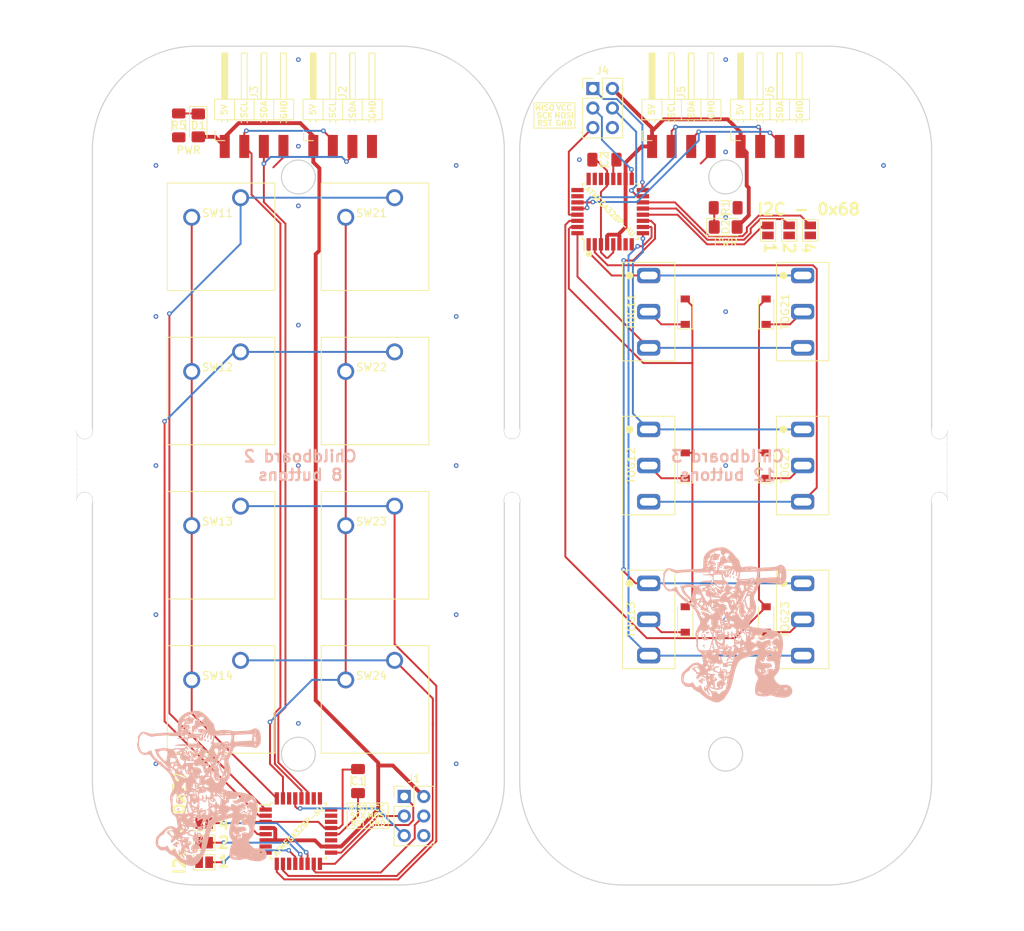
<source format=kicad_pcb>
(kicad_pcb (version 20171130) (host pcbnew "(5.1.9)-1")
  (layers (0 F.Cu signal) (31 B.Cu signal) (34 B.Paste user) (35 F.Paste user) (36 B.SilkS user) (37 F.SilkS user) (38 B.Mask user) (39 F.Mask user) (44 Edge.Cuts user))
  (net 0 "")
  (net 1 MISO)
  (net 2 +5V)
  (net 3 SCK)
  (net 4 MOSI)
  (net 5 RESET)
  (net 6 GND)
  (net 7 SDA)
  (net 8 SCL)
  (net 9 "Net-(U1-Pad22)")
  (net 10 "Net-(U1-Pad19)")
  (net 11 "Net-(U1-Pad8)")
  (net 12 "Net-(U1-Pad7)")
  (net 13 /COL1)
  (net 14 /ROW1)
  (net 15 /ROW2)
  (net 16 /ROW3)
  (net 17 /ROW4)
  (net 18 /COL2)
  (net 19 "Net-(D1-Pad1)")
  (net 20 "Net-(U1-Pad30)")
  (net 21 /A3)
  (net 22 /A2)
  (net 23 /A1)
  (net 24 /A0)
  (net 25 "Net-(U1-Pad11)")
  (net 26 /1line)
  (net 27 /2line)
  (net 28 /4line)
  (net 29 "Net-(C1-Pad1)")
  (net 30 GNDREF)
  (net 31 "Net-(C2-Pad1)")
  (net 32 VCC)
  (net 33 "Net-(D2-Pad1)")
  (net 34 MOSI2)
  (net 35 SCK2)
  (net 36 MISO2)
  (net 37 SCL2)
  (net 38 SDA2)
  (net 39 /1line2)
  (net 40 /2line2)
  (net 41 /4line2)
  (net 42 /COL12)
  (net 43 /A32)
  (net 44 /A22)
  (net 45 /A12)
  (net 46 /A02)
  (net 47 "Net-(U2-Pad22)")
  (net 48 "Net-(U2-Pad19)")
  (net 49 /ROW42)
  (net 50 /ROW32)
  (net 51 "Net-(U2-Pad8)")
  (net 52 "Net-(U2-Pad7)")
  (net 53 /ROW22)
  (net 54 /ROW12)
  (net 55 "Net-(D11-Pad1)")
  (net 56 "Net-(D12-Pad1)")
  (net 57 "Net-(D21-Pad1)")
  (net 58 "Net-(D22-Pad1)")
  (net 59 /COL22)
  (net 60 RESET2)
  (net 61 "Net-(D13-Pad1)")
  (net 62 "Net-(D23-Pad1)")
  (net 63 /ROW52)
  (net 64 /ROW62)
  (module mycustomlibrary:SPDT-CentreOff (layer F.Cu) (at 94.25 74.5)
    (fp_text reference TOG23 (at -2.286 0 90) (layer F.SilkS))
    (fp_text value SW_SPDT_MSM)
    (pad 3 thru_hole roundrect (at 0 4.7) (size 3 2) (drill oval 2.3 1) (layers *.Cu *.Mask) (net 63 /ROW52))
    (pad 2 thru_hole roundrect (at 0 0) (size 3 2) (drill oval 2.3 1) (layers *.Cu *.Mask) (net 62 "Net-(D23-Pad1)"))
    (pad 1 thru_hole roundrect (at 0 -4.7) (size 3 2) (drill oval 2.3 1) (layers *.Cu *.Mask) (net 64 /ROW62))
  )
  (module mycustomlibrary:SPDT-CentreOff (layer F.Cu) (at 74.25 74.5)
    (fp_text reference TOG13 (at -2.286 0 90) (layer F.SilkS))
    (fp_text value SW_SPDT_MSM)
    (pad 3 thru_hole roundrect (at 0 4.7) (size 3 2) (drill oval 2.3 1) (layers *.Cu *.Mask) (net 63 /ROW52))
    (pad 2 thru_hole roundrect (at 0 0) (size 3 2) (drill oval 2.3 1) (layers *.Cu *.Mask) (net 61 "Net-(D13-Pad1)"))
    (pad 1 thru_hole roundrect (at 0 -4.7) (size 3 2) (drill oval 2.3 1) (layers *.Cu *.Mask) (net 64 /ROW62))
  )
  (module Diode_SMD:D_SOD-123 (layer F.Cu) (at 89.5 74.5 90)
    (fp_text reference D23 hide)
    (fp_text value D)
    (pad 2 smd rect (at 1.65 0 90) (size 0.9 1.2) (layers F.Cu F.Paste F.Mask) (net 59 /COL22))
    (pad 1 smd rect (at -1.65 0 90) (size 0.9 1.2) (layers F.Cu F.Paste F.Mask) (net 62 "Net-(D23-Pad1)"))
  )
  (module Diode_SMD:D_SOD-123 (layer F.Cu) (at 79 74.5 90)
    (fp_text reference D13 hide)
    (fp_text value D)
    (pad 2 smd rect (at 1.65 0 90) (size 0.9 1.2) (layers F.Cu F.Paste F.Mask) (net 42 /COL12))
    (pad 1 smd rect (at -1.65 0 90) (size 0.9 1.2) (layers F.Cu F.Paste F.Mask) (net 61 "Net-(D13-Pad1)"))
  )
  (module mycustomlibrary:CBB_1inch (layer B.Cu) (at 84.25 74.5 180)
    (fp_text reference G*** hide)
    (fp_text value LOGO hide)
  )
  (module mycustomlibrary:SPDT-CentreOff (layer F.Cu) (at 94.25 54.5)
    (fp_text reference TOG22 (at -2.286 0 90) (layer F.SilkS))
    (fp_text value SW_SPDT_MSM)
    (pad 3 thru_hole roundrect (at 0 4.7) (size 3 2) (drill oval 2.3 1) (layers *.Cu *.Mask) (net 50 /ROW32))
    (pad 2 thru_hole roundrect (at 0 0) (size 3 2) (drill oval 2.3 1) (layers *.Cu *.Mask) (net 58 "Net-(D22-Pad1)"))
    (pad 1 thru_hole roundrect (at 0 -4.7) (size 3 2) (drill oval 2.3 1) (layers *.Cu *.Mask) (net 49 /ROW42))
  )
  (module mycustomlibrary:SPDT-CentreOff (layer F.Cu) (at 94.25 34.5)
    (fp_text reference TOG21 (at -2.286 0 90) (layer F.SilkS))
    (fp_text value SW_SPDT_MSM)
    (pad 3 thru_hole roundrect (at 0 4.7) (size 3 2) (drill oval 2.3 1) (layers *.Cu *.Mask) (net 54 /ROW12))
    (pad 2 thru_hole roundrect (at 0 0) (size 3 2) (drill oval 2.3 1) (layers *.Cu *.Mask) (net 57 "Net-(D21-Pad1)"))
    (pad 1 thru_hole roundrect (at 0 -4.7) (size 3 2) (drill oval 2.3 1) (layers *.Cu *.Mask) (net 53 /ROW22))
  )
  (module mycustomlibrary:SPDT-CentreOff (layer F.Cu) (at 74.25 54.5)
    (fp_text reference TOG12 (at -2.286 0 90) (layer F.SilkS))
    (fp_text value SW_SPDT_MSM)
    (pad 3 thru_hole roundrect (at 0 4.7) (size 3 2) (drill oval 2.3 1) (layers *.Cu *.Mask) (net 50 /ROW32))
    (pad 2 thru_hole roundrect (at 0 0) (size 3 2) (drill oval 2.3 1) (layers *.Cu *.Mask) (net 56 "Net-(D12-Pad1)"))
    (pad 1 thru_hole roundrect (at 0 -4.7) (size 3 2) (drill oval 2.3 1) (layers *.Cu *.Mask) (net 49 /ROW42))
  )
  (module mycustomlibrary:SPDT-CentreOff (layer F.Cu) (at 74.25 34.5)
    (fp_text reference TOG11 (at -2.286 0 90) (layer F.SilkS))
    (fp_text value SW_SPDT_MSM)
    (pad 3 thru_hole roundrect (at 0 4.7) (size 3 2) (drill oval 2.3 1) (layers *.Cu *.Mask) (net 54 /ROW12))
    (pad 2 thru_hole roundrect (at 0 0) (size 3 2) (drill oval 2.3 1) (layers *.Cu *.Mask) (net 55 "Net-(D11-Pad1)"))
    (pad 1 thru_hole roundrect (at 0 -4.7) (size 3 2) (drill oval 2.3 1) (layers *.Cu *.Mask) (net 53 /ROW22))
  )
  (module mycustomlibrary:CBB_1inch (layer B.Cu) (at 16 95.75 180)
    (fp_text reference G*** hide)
    (fp_text value LOGO hide)
  )
  (module mycustomlibrary:ICSP-Silk (layer F.Cu) (at 62 9)
    (fp_text reference REF** hide)
    (fp_text value ICSP-Silk hide)
    (fp_text user MISO (at -1.25 -1) (layer F.SilkS) (effects (font (size 0.7 0.7))))
    (fp_text user SCK (at -1.25 0) (layer F.SilkS) (effects (font (size 0.7 0.7))))
    (fp_text user RST (at -1.25 1) (layer F.SilkS) (effects (font (size 0.7 0.7))))
    (fp_text user GND (at 1.25 1) (layer F.SilkS) (effects (font (size 0.7 0.7))))
    (fp_text user MOSI (at 1.25 0) (layer F.SilkS) (effects (font (size 0.7 0.7))))
    (fp_text user VCC (at 1.25 -1) (layer F.SilkS) (effects (font (size 0.7 0.7))))
  )
  (module Diode_SMD:D_SOD-123 (layer F.Cu) (at 89.5 54.5 90)
    (fp_text reference D22 hide)
    (fp_text value D)
    (pad 2 smd rect (at 1.65 0 90) (size 0.9 1.2) (layers F.Cu F.Paste F.Mask) (net 59 /COL22))
    (pad 1 smd rect (at -1.65 0 90) (size 0.9 1.2) (layers F.Cu F.Paste F.Mask) (net 58 "Net-(D22-Pad1)"))
  )
  (module Diode_SMD:D_SOD-123 (layer F.Cu) (at 89.5 34.5 90)
    (fp_text reference D21 hide)
    (fp_text value D)
    (pad 2 smd rect (at 1.65 0 90) (size 0.9 1.2) (layers F.Cu F.Paste F.Mask) (net 59 /COL22))
    (pad 1 smd rect (at -1.65 0 90) (size 0.9 1.2) (layers F.Cu F.Paste F.Mask) (net 57 "Net-(D21-Pad1)"))
  )
  (module Diode_SMD:D_SOD-123 (layer F.Cu) (at 79 54.5 90)
    (fp_text reference D12 hide)
    (fp_text value D)
    (pad 2 smd rect (at 1.65 0 90) (size 0.9 1.2) (layers F.Cu F.Paste F.Mask) (net 42 /COL12))
    (pad 1 smd rect (at -1.65 0 90) (size 0.9 1.2) (layers F.Cu F.Paste F.Mask) (net 56 "Net-(D12-Pad1)"))
  )
  (module Diode_SMD:D_SOD-123 (layer F.Cu) (at 79 34.5 90)
    (fp_text reference D11 hide)
    (fp_text value D)
    (pad 2 smd rect (at 1.65 0 90) (size 0.9 1.2) (layers F.Cu F.Paste F.Mask) (net 42 /COL12))
    (pad 1 smd rect (at -1.65 0 90) (size 0.9 1.2) (layers F.Cu F.Paste F.Mask) (net 55 "Net-(D11-Pad1)"))
  )
  (module Package_QFP:TQFP-32_7x7mm_P0.8mm (layer F.Cu) (at 69.25 21.5 90)
    (fp_text reference ATMEGA328P-AU (at 0 0 135) (layer F.SilkS) (effects (font (size 0.7 0.7))))
    (fp_text value ATmega328P-AU)
    (pad 32 smd rect (at -2.8 -4.25 180) (size 1.6 0.55) (layers F.Cu F.Paste F.Mask) (net 54 /ROW12))
    (pad 31 smd rect (at -2 -4.25 180) (size 1.6 0.55) (layers F.Cu F.Paste F.Mask) (net 42 /COL12))
    (pad 30 smd rect (at -1.2 -4.25 180) (size 1.6 0.55) (layers F.Cu F.Paste F.Mask) (net 59 /COL22))
    (pad 29 smd rect (at -0.4 -4.25 180) (size 1.6 0.55) (layers F.Cu F.Paste F.Mask) (net 60 RESET2))
    (pad 28 smd rect (at 0.4 -4.25 180) (size 1.6 0.55) (layers F.Cu F.Paste F.Mask) (net 37 SCL2))
    (pad 27 smd rect (at 1.2 -4.25 180) (size 1.6 0.55) (layers F.Cu F.Paste F.Mask) (net 38 SDA2))
    (pad 26 smd rect (at 2 -4.25 180) (size 1.6 0.55) (layers F.Cu F.Paste F.Mask) (net 43 /A32))
    (pad 25 smd rect (at 2.8 -4.25 180) (size 1.6 0.55) (layers F.Cu F.Paste F.Mask) (net 44 /A22))
    (pad 24 smd rect (at 4.25 -2.8 90) (size 1.6 0.55) (layers F.Cu F.Paste F.Mask) (net 45 /A12))
    (pad 23 smd rect (at 4.25 -2 90) (size 1.6 0.55) (layers F.Cu F.Paste F.Mask) (net 46 /A02))
    (pad 22 smd rect (at 4.25 -1.2 90) (size 1.6 0.55) (layers F.Cu F.Paste F.Mask) (net 47 "Net-(U2-Pad22)"))
    (pad 21 smd rect (at 4.25 -0.4 90) (size 1.6 0.55) (layers F.Cu F.Paste F.Mask) (net 30 GNDREF))
    (pad 20 smd rect (at 4.25 0.4 90) (size 1.6 0.55) (layers F.Cu F.Paste F.Mask) (net 31 "Net-(C2-Pad1)"))
    (pad 19 smd rect (at 4.25 1.2 90) (size 1.6 0.55) (layers F.Cu F.Paste F.Mask) (net 48 "Net-(U2-Pad19)"))
    (pad 18 smd rect (at 4.25 2 90) (size 1.6 0.55) (layers F.Cu F.Paste F.Mask) (net 32 VCC))
    (pad 17 smd rect (at 4.25 2.8 90) (size 1.6 0.55) (layers F.Cu F.Paste F.Mask) (net 35 SCK2))
    (pad 16 smd rect (at 2.8 4.25 180) (size 1.6 0.55) (layers F.Cu F.Paste F.Mask) (net 36 MISO2))
    (pad 15 smd rect (at 2 4.25 180) (size 1.6 0.55) (layers F.Cu F.Paste F.Mask) (net 34 MOSI2))
    (pad 14 smd rect (at 1.2 4.25 180) (size 1.6 0.55) (layers F.Cu F.Paste F.Mask) (net 41 /4line2))
    (pad 13 smd rect (at 0.4 4.25 180) (size 1.6 0.55) (layers F.Cu F.Paste F.Mask) (net 40 /2line2))
    (pad 12 smd rect (at -0.4 4.25 180) (size 1.6 0.55) (layers F.Cu F.Paste F.Mask) (net 39 /1line2))
    (pad 11 smd rect (at -1.2 4.25 180) (size 1.6 0.55) (layers F.Cu F.Paste F.Mask) (net 64 /ROW62))
    (pad 10 smd rect (at -2 4.25 180) (size 1.6 0.55) (layers F.Cu F.Paste F.Mask) (net 63 /ROW52))
    (pad 9 smd rect (at -2.8 4.25 180) (size 1.6 0.55) (layers F.Cu F.Paste F.Mask) (net 49 /ROW42))
    (pad 8 smd rect (at -4.25 2.8 90) (size 1.6 0.55) (layers F.Cu F.Paste F.Mask) (net 51 "Net-(U2-Pad8)"))
    (pad 7 smd rect (at -4.25 2 90) (size 1.6 0.55) (layers F.Cu F.Paste F.Mask) (net 52 "Net-(U2-Pad7)"))
    (pad 6 smd rect (at -4.25 1.2 90) (size 1.6 0.55) (layers F.Cu F.Paste F.Mask) (net 32 VCC))
    (pad 5 smd rect (at -4.25 0.4 90) (size 1.6 0.55) (layers F.Cu F.Paste F.Mask) (net 30 GNDREF))
    (pad 4 smd rect (at -4.25 -0.4 90) (size 1.6 0.55) (layers F.Cu F.Paste F.Mask) (net 32 VCC))
    (pad 3 smd rect (at -4.25 -1.2 90) (size 1.6 0.55) (layers F.Cu F.Paste F.Mask) (net 30 GNDREF))
    (pad 2 smd rect (at -4.25 -2 90) (size 1.6 0.55) (layers F.Cu F.Paste F.Mask) (net 50 /ROW32))
    (pad 1 smd rect (at -4.25 -2.8 90) (size 1.6 0.55) (layers F.Cu F.Paste F.Mask) (net 53 /ROW22))
  )
  (module Resistor_SMD:R_1206_3216Metric_Pad1.30x1.75mm_HandSolder (layer F.Cu) (at 84.25 21)
    (fp_text reference R1 (at 0 0 90) (layer F.SilkS))
    (fp_text value 330)
    (pad 2 smd roundrect (at 1.55 0) (size 1.3 1.75) (layers F.Cu F.Paste F.Mask) (roundrect_rratio 0.192308) (net 30 GNDREF))
    (pad 1 smd roundrect (at -1.55 0) (size 1.3 1.75) (layers F.Cu F.Paste F.Mask) (roundrect_rratio 0.192308) (net 33 "Net-(D2-Pad1)"))
  )
  (module Jumper:SolderJumper-2_P1.3mm_Open_Pad1.0x1.5mm (layer F.Cu) (at 95.24 23.94 270)
    (fp_text reference JP6 hide)
    (fp_text value Jumper_NO_Small)
    (pad 1 smd rect (at -0.65 0 270) (size 1 1.5) (layers F.Cu F.Mask) (net 41 /4line2))
    (pad 2 smd rect (at 0.65 0 270) (size 1 1.5) (layers F.Cu F.Mask) (net 30 GNDREF))
  )
  (module Jumper:SolderJumper-2_P1.3mm_Open_Pad1.0x1.5mm (layer F.Cu) (at 92.49 23.94 270)
    (fp_text reference JP5 hide)
    (fp_text value Jumper_NO_Small)
    (pad 1 smd rect (at -0.65 0 270) (size 1 1.5) (layers F.Cu F.Mask) (net 40 /2line2))
    (pad 2 smd rect (at 0.65 0 270) (size 1 1.5) (layers F.Cu F.Mask) (net 30 GNDREF))
  )
  (module Jumper:SolderJumper-2_P1.3mm_Open_Pad1.0x1.5mm (layer F.Cu) (at 89.74 23.94 270)
    (fp_text reference JP4 hide)
    (fp_text value Jumper_NO_Small)
    (pad 1 smd rect (at -0.65 0 270) (size 1 1.5) (layers F.Cu F.Mask) (net 39 /1line2))
    (pad 2 smd rect (at 0.65 0 270) (size 1 1.5) (layers F.Cu F.Mask) (net 30 GNDREF))
  )
  (module mycustomlibrary:PinHeader_1x04_P2.54mm_Horizontal_SMD (layer F.Cu) (at 90 11 90)
    (fp_text reference J6 (at 5 0 90) (layer F.SilkS))
    (fp_text value Conn_01x04)
    (pad 1 smd rect (at -2.032 -3.81 90) (size 3 1.3) (layers F.Cu F.Paste F.Mask) (net 32 VCC))
    (pad 2 smd rect (at -2.032 -1.27 90) (size 3 1.3) (layers F.Cu F.Paste F.Mask) (net 37 SCL2))
    (pad 3 smd rect (at -2.032 1.27 90) (size 3 1.3) (layers F.Cu F.Paste F.Mask) (net 38 SDA2))
    (pad 4 smd rect (at -2.032 3.81 90) (size 3 1.3) (layers F.Cu F.Paste F.Mask) (net 30 GNDREF))
  )
  (module mycustomlibrary:PinHeader_1x04_P2.54mm_Horizontal_SMD (layer F.Cu) (at 78.5 11 90)
    (fp_text reference J5 (at 5 0 90) (layer F.SilkS))
    (fp_text value Conn_01x04)
    (pad 1 smd rect (at -2.032 -3.81 90) (size 3 1.3) (layers F.Cu F.Paste F.Mask) (net 32 VCC))
    (pad 2 smd rect (at -2.032 -1.27 90) (size 3 1.3) (layers F.Cu F.Paste F.Mask) (net 37 SCL2))
    (pad 3 smd rect (at -2.032 1.27 90) (size 3 1.3) (layers F.Cu F.Paste F.Mask) (net 38 SDA2))
    (pad 4 smd rect (at -2.032 3.81 90) (size 3 1.3) (layers F.Cu F.Paste F.Mask) (net 30 GNDREF))
  )
  (module Connector_PinHeader_2.54mm:PinHeader_2x03_P2.54mm_Vertical (layer F.Cu) (at 67 5.5)
    (fp_text reference J4 (at 1.27 -2.33) (layer F.SilkS))
    (fp_text value Conn_02x03_Odd_Even)
    (pad 6 thru_hole oval (at 2.54 5.08) (size 1.7 1.7) (drill 1) (layers *.Cu *.Mask) (net 30 GNDREF))
    (pad 5 thru_hole oval (at 0 5.08) (size 1.7 1.7) (drill 1) (layers *.Cu *.Mask) (net 60 RESET2))
    (pad 4 thru_hole oval (at 2.54 2.54) (size 1.7 1.7) (drill 1) (layers *.Cu *.Mask) (net 34 MOSI2))
    (pad 3 thru_hole oval (at 0 2.54) (size 1.7 1.7) (drill 1) (layers *.Cu *.Mask) (net 35 SCK2))
    (pad 2 thru_hole oval (at 2.54 0) (size 1.7 1.7) (drill 1) (layers *.Cu *.Mask) (net 32 VCC))
    (pad 1 thru_hole rect (at 0 0) (size 1.7 1.7) (drill 1) (layers *.Cu *.Mask) (net 36 MISO2))
  )
  (module LED_SMD:LED_1206_3216Metric_Pad1.42x1.75mm_HandSolder (layer F.Cu) (at 84.25 23.5)
    (fp_text reference D2 (at 0 0 90) (layer F.SilkS))
    (fp_text value LED)
    (pad 2 smd roundrect (at 1.4875 0) (size 1.425 1.75) (layers F.Cu F.Paste F.Mask) (roundrect_rratio 0.175439) (net 32 VCC))
    (pad 1 smd roundrect (at -1.4875 0) (size 1.425 1.75) (layers F.Cu F.Paste F.Mask) (roundrect_rratio 0.175439) (net 33 "Net-(D2-Pad1)"))
  )
  (module Capacitor_SMD:C_1206_3216Metric_Pad1.33x1.80mm_HandSolder (layer F.Cu) (at 68.5 14.75 180)
    (fp_text reference C2 (at 0 0 90) (layer F.SilkS))
    (fp_text value 100nF)
    (pad 2 smd roundrect (at 1.5625 0 180) (size 1.325 1.8) (layers F.Cu F.Paste F.Mask) (roundrect_rratio 0.188679) (net 30 GNDREF))
    (pad 1 smd roundrect (at -1.5625 0 180) (size 1.325 1.8) (layers F.Cu F.Paste F.Mask) (roundrect_rratio 0.188679) (net 31 "Net-(C2-Pad1)"))
  )
  (module Capacitor_SMD:C_1206_3216Metric_Pad1.33x1.80mm_HandSolder (layer F.Cu) (at 36.5 95.5 90)
    (fp_text reference C1 (at 0 0 180) (layer F.SilkS))
    (fp_text value 100nF)
    (pad 2 smd roundrect (at 1.5625 0 90) (size 1.325 1.8) (layers F.Cu F.Paste F.Mask) (roundrect_rratio 0.188679) (net 6 GND))
    (pad 1 smd roundrect (at -1.5625 0 90) (size 1.325 1.8) (layers F.Cu F.Paste F.Mask) (roundrect_rratio 0.188679) (net 29 "Net-(C1-Pad1)"))
  )
  (module mycustomlibrary:PinHeader_1x04_P2.54mm_Horizontal_SMD (layer F.Cu) (at 23 11 90)
    (fp_text reference J3 (at 5 0 90) (layer F.SilkS))
    (fp_text value Conn_01x04)
    (pad 1 smd rect (at -2.032 -3.81 90) (size 3 1.3) (layers F.Cu F.Paste F.Mask) (net 2 +5V))
    (pad 2 smd rect (at -2.032 -1.27 90) (size 3 1.3) (layers F.Cu F.Paste F.Mask) (net 8 SCL))
    (pad 3 smd rect (at -2.032 1.27 90) (size 3 1.3) (layers F.Cu F.Paste F.Mask) (net 7 SDA))
    (pad 4 smd rect (at -2.032 3.81 90) (size 3 1.3) (layers F.Cu F.Paste F.Mask) (net 6 GND))
  )
  (module mycustomlibrary:PinHeader_1x04_P2.54mm_Horizontal_SMD (layer F.Cu) (at 34.5 11 90)
    (fp_text reference J2 (at 5 0 90) (layer F.SilkS))
    (fp_text value Conn_01x04)
    (pad 1 smd rect (at -2.032 -3.81 90) (size 3 1.3) (layers F.Cu F.Paste F.Mask) (net 2 +5V))
    (pad 2 smd rect (at -2.032 -1.27 90) (size 3 1.3) (layers F.Cu F.Paste F.Mask) (net 8 SCL))
    (pad 3 smd rect (at -2.032 1.27 90) (size 3 1.3) (layers F.Cu F.Paste F.Mask) (net 7 SDA))
    (pad 4 smd rect (at -2.032 3.81 90) (size 3 1.3) (layers F.Cu F.Paste F.Mask) (net 6 GND))
  )
  (module mycustomlibrary:ICSP-Silk (layer F.Cu) (at 37.75 100)
    (fp_text reference REF** hide)
    (fp_text value ICSP-Silk hide)
    (fp_text user VCC (at 1.25 -1) (layer F.SilkS) (effects (font (size 0.7 0.7))))
    (fp_text user MOSI (at 1.25 0) (layer F.SilkS) (effects (font (size 0.7 0.7))))
    (fp_text user GND (at 1.25 1) (layer F.SilkS) (effects (font (size 0.7 0.7))))
    (fp_text user RST (at -1.25 1) (layer F.SilkS) (effects (font (size 0.7 0.7))))
    (fp_text user SCK (at -1.25 0) (layer F.SilkS) (effects (font (size 0.7 0.7))))
    (fp_text user MISO (at -1.25 -1) (layer F.SilkS) (effects (font (size 0.7 0.7))))
  )
  (module Jumper:SolderJumper-2_P1.3mm_Open_Pad1.0x1.5mm (layer F.Cu) (at 16.51 100.965 180)
    (fp_text reference JP3 hide)
    (fp_text value Jumper_NO_Small)
    (pad 1 smd rect (at -0.65 0 180) (size 1 1.5) (layers F.Cu F.Mask) (net 28 /4line))
    (pad 2 smd rect (at 0.65 0 180) (size 1 1.5) (layers F.Cu F.Mask) (net 6 GND))
  )
  (module Jumper:SolderJumper-2_P1.3mm_Open_Pad1.0x1.5mm (layer F.Cu) (at 16.51 103.505 180)
    (fp_text reference JP2 hide)
    (fp_text value Jumper_NO_Small)
    (pad 1 smd rect (at -0.65 0 180) (size 1 1.5) (layers F.Cu F.Mask) (net 27 /2line))
    (pad 2 smd rect (at 0.65 0 180) (size 1 1.5) (layers F.Cu F.Mask) (net 6 GND))
  )
  (module Jumper:SolderJumper-2_P1.3mm_Open_Pad1.0x1.5mm (layer F.Cu) (at 16.51 106.045 180)
    (fp_text reference JP1 hide)
    (fp_text value Jumper_NO_Small)
    (pad 1 smd rect (at -0.65 0 180) (size 1 1.5) (layers F.Cu F.Mask) (net 26 /1line))
    (pad 2 smd rect (at 0.65 0 180) (size 1 1.5) (layers F.Cu F.Mask) (net 6 GND))
  )
  (module Panelisation:mouse-bite-2mm-slot-5mm-width (layer F.Cu) (at 56.5 54.5 90)
    (fp_text reference mouse-bite-2mm-slot hide)
    (fp_text value VAL** hide)
    (pad "" np_thru_hole circle (at 0.625 -0.75 90) (size 0.5 0.5) (drill 0.5) (layers *.Cu *.Mask))
    (pad "" np_thru_hole circle (at 0.625 0.75 90) (size 0.5 0.5) (drill 0.5) (layers *.Cu *.Mask))
    (pad "" np_thru_hole circle (at 1.375 -0.75 90) (size 0.5 0.5) (drill 0.5) (layers *.Cu *.Mask))
    (pad "" np_thru_hole circle (at -0.125 -0.75 90) (size 0.5 0.5) (drill 0.5) (layers *.Cu *.Mask))
    (pad "" np_thru_hole circle (at -0.125 0.75 90) (size 0.5 0.5) (drill 0.5) (layers *.Cu *.Mask))
    (pad "" np_thru_hole circle (at 1.375 0.75 90) (size 0.5 0.5) (drill 0.5) (layers *.Cu *.Mask))
    (pad "" np_thru_hole circle (at -1.625 -0.75 90) (size 0.5 0.5) (drill 0.5) (layers *.Cu *.Mask))
    (pad "" np_thru_hole circle (at -2.375 -0.75 90) (size 0.5 0.5) (drill 0.5) (layers *.Cu *.Mask))
    (pad "" np_thru_hole circle (at -1.625 0.75 90) (size 0.5 0.5) (drill 0.5) (layers *.Cu *.Mask))
    (pad "" np_thru_hole circle (at -0.875 0.75 90) (size 0.5 0.5) (drill 0.5) (layers *.Cu *.Mask))
    (pad "" np_thru_hole circle (at -2.375 0.75 90) (size 0.5 0.5) (drill 0.5) (layers *.Cu *.Mask))
    (pad "" np_thru_hole circle (at -0.875 -0.75 90) (size 0.5 0.5) (drill 0.5) (layers *.Cu *.Mask))
    (pad "" np_thru_hole circle (at 2.875 -0.75 90) (size 0.5 0.5) (drill 0.5) (layers *.Cu *.Mask))
    (pad "" np_thru_hole circle (at 2.125 -0.75 90) (size 0.5 0.5) (drill 0.5) (layers *.Cu *.Mask))
    (pad "" np_thru_hole circle (at 2.875 0.75 90) (size 0.5 0.5) (drill 0.5) (layers *.Cu *.Mask))
    (pad "" np_thru_hole circle (at 2.125 0.75 90) (size 0.5 0.5) (drill 0.5) (layers *.Cu *.Mask))
    (pad "" np_thru_hole circle (at -3.125 0.75 90) (size 0.5 0.5) (drill 0.5) (layers *.Cu *.Mask))
    (pad "" np_thru_hole circle (at -3.125 -0.75 90) (size 0.5 0.5) (drill 0.5) (layers *.Cu *.Mask))
    (pad "" np_thru_hole circle (at -4.5 0 90) (size 2 2) (drill 2) (layers *.Cu *.Mask))
    (pad "" np_thru_hole circle (at 4.5 0 90) (size 2 2) (drill 2) (layers *.Cu *.Mask))
  )
  (module Panelisation:mouse-bite-2mm-slot-5mm-width (layer F.Cu) (at 112 54.5 270)
    (fp_text reference mouse-bite-2mm-slot hide)
    (fp_text value VAL** hide)
    (pad "" np_thru_hole circle (at 0.625 -0.75 270) (size 0.5 0.5) (drill 0.5) (layers *.Cu *.Mask))
    (pad "" np_thru_hole circle (at 0.625 0.75 270) (size 0.5 0.5) (drill 0.5) (layers *.Cu *.Mask))
    (pad "" np_thru_hole circle (at 1.375 -0.75 270) (size 0.5 0.5) (drill 0.5) (layers *.Cu *.Mask))
    (pad "" np_thru_hole circle (at -0.125 -0.75 270) (size 0.5 0.5) (drill 0.5) (layers *.Cu *.Mask))
    (pad "" np_thru_hole circle (at -0.125 0.75 270) (size 0.5 0.5) (drill 0.5) (layers *.Cu *.Mask))
    (pad "" np_thru_hole circle (at 1.375 0.75 270) (size 0.5 0.5) (drill 0.5) (layers *.Cu *.Mask))
    (pad "" np_thru_hole circle (at -1.625 -0.75 270) (size 0.5 0.5) (drill 0.5) (layers *.Cu *.Mask))
    (pad "" np_thru_hole circle (at -2.375 -0.75 270) (size 0.5 0.5) (drill 0.5) (layers *.Cu *.Mask))
    (pad "" np_thru_hole circle (at -1.625 0.75 270) (size 0.5 0.5) (drill 0.5) (layers *.Cu *.Mask))
    (pad "" np_thru_hole circle (at -0.875 0.75 270) (size 0.5 0.5) (drill 0.5) (layers *.Cu *.Mask))
    (pad "" np_thru_hole circle (at -2.375 0.75 270) (size 0.5 0.5) (drill 0.5) (layers *.Cu *.Mask))
    (pad "" np_thru_hole circle (at -0.875 -0.75 270) (size 0.5 0.5) (drill 0.5) (layers *.Cu *.Mask))
    (pad "" np_thru_hole circle (at 2.875 -0.75 270) (size 0.5 0.5) (drill 0.5) (layers *.Cu *.Mask))
    (pad "" np_thru_hole circle (at 2.125 -0.75 270) (size 0.5 0.5) (drill 0.5) (layers *.Cu *.Mask))
    (pad "" np_thru_hole circle (at 2.875 0.75 270) (size 0.5 0.5) (drill 0.5) (layers *.Cu *.Mask))
    (pad "" np_thru_hole circle (at 2.125 0.75 270) (size 0.5 0.5) (drill 0.5) (layers *.Cu *.Mask))
    (pad "" np_thru_hole circle (at -3.125 0.75 270) (size 0.5 0.5) (drill 0.5) (layers *.Cu *.Mask))
    (pad "" np_thru_hole circle (at -3.125 -0.75 270) (size 0.5 0.5) (drill 0.5) (layers *.Cu *.Mask))
    (pad "" np_thru_hole circle (at -4.5 0 270) (size 2 2) (drill 2) (layers *.Cu *.Mask))
    (pad "" np_thru_hole circle (at 4.5 0 270) (size 2 2) (drill 2) (layers *.Cu *.Mask))
  )
  (module Panelisation:mouse-bite-2mm-slot-5mm-width (layer F.Cu) (at 1 54.5 90)
    (fp_text reference mouse-bite-2mm-slot hide)
    (fp_text value VAL** hide)
    (pad "" np_thru_hole circle (at 4.5 0 90) (size 2 2) (drill 2) (layers *.Cu *.Mask))
    (pad "" np_thru_hole circle (at -4.5 0 90) (size 2 2) (drill 2) (layers *.Cu *.Mask))
    (pad "" np_thru_hole circle (at -3.125 -0.75 90) (size 0.5 0.5) (drill 0.5) (layers *.Cu *.Mask))
    (pad "" np_thru_hole circle (at -3.125 0.75 90) (size 0.5 0.5) (drill 0.5) (layers *.Cu *.Mask))
    (pad "" np_thru_hole circle (at 2.125 0.75 90) (size 0.5 0.5) (drill 0.5) (layers *.Cu *.Mask))
    (pad "" np_thru_hole circle (at 2.875 0.75 90) (size 0.5 0.5) (drill 0.5) (layers *.Cu *.Mask))
    (pad "" np_thru_hole circle (at 2.125 -0.75 90) (size 0.5 0.5) (drill 0.5) (layers *.Cu *.Mask))
    (pad "" np_thru_hole circle (at 2.875 -0.75 90) (size 0.5 0.5) (drill 0.5) (layers *.Cu *.Mask))
    (pad "" np_thru_hole circle (at -0.875 -0.75 90) (size 0.5 0.5) (drill 0.5) (layers *.Cu *.Mask))
    (pad "" np_thru_hole circle (at -2.375 0.75 90) (size 0.5 0.5) (drill 0.5) (layers *.Cu *.Mask))
    (pad "" np_thru_hole circle (at -0.875 0.75 90) (size 0.5 0.5) (drill 0.5) (layers *.Cu *.Mask))
    (pad "" np_thru_hole circle (at -1.625 0.75 90) (size 0.5 0.5) (drill 0.5) (layers *.Cu *.Mask))
    (pad "" np_thru_hole circle (at -2.375 -0.75 90) (size 0.5 0.5) (drill 0.5) (layers *.Cu *.Mask))
    (pad "" np_thru_hole circle (at -1.625 -0.75 90) (size 0.5 0.5) (drill 0.5) (layers *.Cu *.Mask))
    (pad "" np_thru_hole circle (at 1.375 0.75 90) (size 0.5 0.5) (drill 0.5) (layers *.Cu *.Mask))
    (pad "" np_thru_hole circle (at -0.125 0.75 90) (size 0.5 0.5) (drill 0.5) (layers *.Cu *.Mask))
    (pad "" np_thru_hole circle (at -0.125 -0.75 90) (size 0.5 0.5) (drill 0.5) (layers *.Cu *.Mask))
    (pad "" np_thru_hole circle (at 1.375 -0.75 90) (size 0.5 0.5) (drill 0.5) (layers *.Cu *.Mask))
    (pad "" np_thru_hole circle (at 0.625 0.75 90) (size 0.5 0.5) (drill 0.5) (layers *.Cu *.Mask))
    (pad "" np_thru_hole circle (at 0.625 -0.75 90) (size 0.5 0.5) (drill 0.5) (layers *.Cu *.Mask))
  )
  (module Package_QFP:TQFP-32_7x7mm_P0.8mm (layer F.Cu) (at 28.75 102)
    (fp_text reference ATMEGA328P-AU (at 0 0 45) (layer F.SilkS) (effects (font (size 0.7 0.7))))
    (fp_text value ATmega328P-AU)
    (pad 32 smd rect (at -2.8 -4.25 90) (size 1.6 0.55) (layers F.Cu F.Paste F.Mask) (net 13 /COL1))
    (pad 31 smd rect (at -2 -4.25 90) (size 1.6 0.55) (layers F.Cu F.Paste F.Mask) (net 18 /COL2))
    (pad 30 smd rect (at -1.2 -4.25 90) (size 1.6 0.55) (layers F.Cu F.Paste F.Mask) (net 20 "Net-(U1-Pad30)"))
    (pad 29 smd rect (at -0.4 -4.25 90) (size 1.6 0.55) (layers F.Cu F.Paste F.Mask) (net 5 RESET))
    (pad 28 smd rect (at 0.4 -4.25 90) (size 1.6 0.55) (layers F.Cu F.Paste F.Mask) (net 8 SCL))
    (pad 27 smd rect (at 1.2 -4.25 90) (size 1.6 0.55) (layers F.Cu F.Paste F.Mask) (net 7 SDA))
    (pad 26 smd rect (at 2 -4.25 90) (size 1.6 0.55) (layers F.Cu F.Paste F.Mask) (net 21 /A3))
    (pad 25 smd rect (at 2.8 -4.25 90) (size 1.6 0.55) (layers F.Cu F.Paste F.Mask) (net 22 /A2))
    (pad 24 smd rect (at 4.25 -2.8) (size 1.6 0.55) (layers F.Cu F.Paste F.Mask) (net 23 /A1))
    (pad 23 smd rect (at 4.25 -2) (size 1.6 0.55) (layers F.Cu F.Paste F.Mask) (net 24 /A0))
    (pad 22 smd rect (at 4.25 -1.2) (size 1.6 0.55) (layers F.Cu F.Paste F.Mask) (net 9 "Net-(U1-Pad22)"))
    (pad 21 smd rect (at 4.25 -0.4) (size 1.6 0.55) (layers F.Cu F.Paste F.Mask) (net 6 GND))
    (pad 20 smd rect (at 4.25 0.4) (size 1.6 0.55) (layers F.Cu F.Paste F.Mask) (net 29 "Net-(C1-Pad1)"))
    (pad 19 smd rect (at 4.25 1.2) (size 1.6 0.55) (layers F.Cu F.Paste F.Mask) (net 10 "Net-(U1-Pad19)"))
    (pad 18 smd rect (at 4.25 2) (size 1.6 0.55) (layers F.Cu F.Paste F.Mask) (net 2 +5V))
    (pad 17 smd rect (at 4.25 2.8) (size 1.6 0.55) (layers F.Cu F.Paste F.Mask) (net 3 SCK))
    (pad 16 smd rect (at 2.8 4.25 90) (size 1.6 0.55) (layers F.Cu F.Paste F.Mask) (net 1 MISO))
    (pad 15 smd rect (at 2 4.25 90) (size 1.6 0.55) (layers F.Cu F.Paste F.Mask) (net 4 MOSI))
    (pad 14 smd rect (at 1.2 4.25 90) (size 1.6 0.55) (layers F.Cu F.Paste F.Mask) (net 28 /4line))
    (pad 13 smd rect (at 0.4 4.25 90) (size 1.6 0.55) (layers F.Cu F.Paste F.Mask) (net 27 /2line))
    (pad 12 smd rect (at -0.4 4.25 90) (size 1.6 0.55) (layers F.Cu F.Paste F.Mask) (net 26 /1line))
    (pad 11 smd rect (at -1.2 4.25 90) (size 1.6 0.55) (layers F.Cu F.Paste F.Mask) (net 25 "Net-(U1-Pad11)"))
    (pad 10 smd rect (at -2 4.25 90) (size 1.6 0.55) (layers F.Cu F.Paste F.Mask) (net 17 /ROW4))
    (pad 9 smd rect (at -2.8 4.25 90) (size 1.6 0.55) (layers F.Cu F.Paste F.Mask) (net 16 /ROW3))
    (pad 8 smd rect (at -4.25 2.8) (size 1.6 0.55) (layers F.Cu F.Paste F.Mask) (net 11 "Net-(U1-Pad8)"))
    (pad 7 smd rect (at -4.25 2) (size 1.6 0.55) (layers F.Cu F.Paste F.Mask) (net 12 "Net-(U1-Pad7)"))
    (pad 6 smd rect (at -4.25 1.2) (size 1.6 0.55) (layers F.Cu F.Paste F.Mask) (net 2 +5V))
    (pad 5 smd rect (at -4.25 0.4) (size 1.6 0.55) (layers F.Cu F.Paste F.Mask) (net 6 GND))
    (pad 4 smd rect (at -4.25 -0.4) (size 1.6 0.55) (layers F.Cu F.Paste F.Mask) (net 2 +5V))
    (pad 3 smd rect (at -4.25 -1.2) (size 1.6 0.55) (layers F.Cu F.Paste F.Mask) (net 6 GND))
    (pad 2 smd rect (at -4.25 -2) (size 1.6 0.55) (layers F.Cu F.Paste F.Mask) (net 15 /ROW2))
    (pad 1 smd rect (at -4.25 -2.8) (size 1.6 0.55) (layers F.Cu F.Paste F.Mask) (net 14 /ROW1))
  )
  (module Button_Switch_Keyboard:SW_Cherry_MX_1.00u_PCB (layer F.Cu) (at 41.25 79.81)
    (fp_text reference SW24 (at -3 2) (layer F.SilkS))
    (fp_text value SW_Push)
    (pad "" np_thru_hole circle (at 2.54 5.08) (size 1.7 1.7) (drill 1.7) (layers *.Cu *.Mask))
    (pad "" np_thru_hole circle (at -7.62 5.08) (size 1.7 1.7) (drill 1.7) (layers *.Cu *.Mask))
    (pad "" np_thru_hole circle (at -2.54 5.08) (size 4 4) (drill 4) (layers *.Cu *.Mask))
    (pad 2 thru_hole circle (at -6.35 2.54) (size 2.2 2.2) (drill 1.5) (layers *.Cu *.Mask) (net 18 /COL2))
    (pad 1 thru_hole circle (at 0 0) (size 2.2 2.2) (drill 1.5) (layers *.Cu *.Mask) (net 17 /ROW4))
  )
  (module Button_Switch_Keyboard:SW_Cherry_MX_1.00u_PCB (layer F.Cu) (at 41.25 59.77)
    (fp_text reference SW23 (at -3 2) (layer F.SilkS))
    (fp_text value SW_Push)
    (pad "" np_thru_hole circle (at 2.54 5.08) (size 1.7 1.7) (drill 1.7) (layers *.Cu *.Mask))
    (pad "" np_thru_hole circle (at -7.62 5.08) (size 1.7 1.7) (drill 1.7) (layers *.Cu *.Mask))
    (pad "" np_thru_hole circle (at -2.54 5.08) (size 4 4) (drill 4) (layers *.Cu *.Mask))
    (pad 2 thru_hole circle (at -6.35 2.54) (size 2.2 2.2) (drill 1.5) (layers *.Cu *.Mask) (net 18 /COL2))
    (pad 1 thru_hole circle (at 0 0) (size 2.2 2.2) (drill 1.5) (layers *.Cu *.Mask) (net 16 /ROW3))
  )
  (module Button_Switch_Keyboard:SW_Cherry_MX_1.00u_PCB (layer F.Cu) (at 41.25 39.73)
    (fp_text reference SW22 (at -3 2) (layer F.SilkS))
    (fp_text value SW_Push)
    (pad "" np_thru_hole circle (at 2.54 5.08) (size 1.7 1.7) (drill 1.7) (layers *.Cu *.Mask))
    (pad "" np_thru_hole circle (at -7.62 5.08) (size 1.7 1.7) (drill 1.7) (layers *.Cu *.Mask))
    (pad "" np_thru_hole circle (at -2.54 5.08) (size 4 4) (drill 4) (layers *.Cu *.Mask))
    (pad 2 thru_hole circle (at -6.35 2.54) (size 2.2 2.2) (drill 1.5) (layers *.Cu *.Mask) (net 18 /COL2))
    (pad 1 thru_hole circle (at 0 0) (size 2.2 2.2) (drill 1.5) (layers *.Cu *.Mask) (net 15 /ROW2))
  )
  (module Button_Switch_Keyboard:SW_Cherry_MX_1.00u_PCB (layer F.Cu) (at 41.25 19.69)
    (fp_text reference SW21 (at -3 2) (layer F.SilkS))
    (fp_text value SW_Push)
    (pad "" np_thru_hole circle (at 2.54 5.08) (size 1.7 1.7) (drill 1.7) (layers *.Cu *.Mask))
    (pad "" np_thru_hole circle (at -7.62 5.08) (size 1.7 1.7) (drill 1.7) (layers *.Cu *.Mask))
    (pad "" np_thru_hole circle (at -2.54 5.08) (size 4 4) (drill 4) (layers *.Cu *.Mask))
    (pad 2 thru_hole circle (at -6.35 2.54) (size 2.2 2.2) (drill 1.5) (layers *.Cu *.Mask) (net 18 /COL2))
    (pad 1 thru_hole circle (at 0 0) (size 2.2 2.2) (drill 1.5) (layers *.Cu *.Mask) (net 14 /ROW1))
  )
  (module Button_Switch_Keyboard:SW_Cherry_MX_1.00u_PCB (layer F.Cu) (at 21.25 79.81)
    (fp_text reference SW14 (at -3 2) (layer F.SilkS))
    (fp_text value SW_Push)
    (pad "" np_thru_hole circle (at 2.54 5.08) (size 1.7 1.7) (drill 1.7) (layers *.Cu *.Mask))
    (pad "" np_thru_hole circle (at -7.62 5.08) (size 1.7 1.7) (drill 1.7) (layers *.Cu *.Mask))
    (pad "" np_thru_hole circle (at -2.54 5.08) (size 4 4) (drill 4) (layers *.Cu *.Mask))
    (pad 2 thru_hole circle (at -6.35 2.54) (size 2.2 2.2) (drill 1.5) (layers *.Cu *.Mask) (net 13 /COL1))
    (pad 1 thru_hole circle (at 0 0) (size 2.2 2.2) (drill 1.5) (layers *.Cu *.Mask) (net 17 /ROW4))
  )
  (module Button_Switch_Keyboard:SW_Cherry_MX_1.00u_PCB (layer F.Cu) (at 21.25 59.77)
    (fp_text reference SW13 (at -3 2) (layer F.SilkS))
    (fp_text value SW_Push)
    (pad "" np_thru_hole circle (at 2.54 5.08) (size 1.7 1.7) (drill 1.7) (layers *.Cu *.Mask))
    (pad "" np_thru_hole circle (at -7.62 5.08) (size 1.7 1.7) (drill 1.7) (layers *.Cu *.Mask))
    (pad "" np_thru_hole circle (at -2.54 5.08) (size 4 4) (drill 4) (layers *.Cu *.Mask))
    (pad 2 thru_hole circle (at -6.35 2.54) (size 2.2 2.2) (drill 1.5) (layers *.Cu *.Mask) (net 13 /COL1))
    (pad 1 thru_hole circle (at 0 0) (size 2.2 2.2) (drill 1.5) (layers *.Cu *.Mask) (net 16 /ROW3))
  )
  (module Button_Switch_Keyboard:SW_Cherry_MX_1.00u_PCB (layer F.Cu) (at 21.25 39.73)
    (fp_text reference SW12 (at -3 2) (layer F.SilkS))
    (fp_text value SW_Push)
    (pad "" np_thru_hole circle (at 2.54 5.08) (size 1.7 1.7) (drill 1.7) (layers *.Cu *.Mask))
    (pad "" np_thru_hole circle (at -7.62 5.08) (size 1.7 1.7) (drill 1.7) (layers *.Cu *.Mask))
    (pad "" np_thru_hole circle (at -2.54 5.08) (size 4 4) (drill 4) (layers *.Cu *.Mask))
    (pad 2 thru_hole circle (at -6.35 2.54) (size 2.2 2.2) (drill 1.5) (layers *.Cu *.Mask) (net 13 /COL1))
    (pad 1 thru_hole circle (at 0 0) (size 2.2 2.2) (drill 1.5) (layers *.Cu *.Mask) (net 15 /ROW2))
  )
  (module Button_Switch_Keyboard:SW_Cherry_MX_1.00u_PCB (layer F.Cu) (at 21.25 19.69)
    (fp_text reference SW11 (at -3 2) (layer F.SilkS))
    (fp_text value SW_Push)
    (pad "" np_thru_hole circle (at 2.54 5.08) (size 1.7 1.7) (drill 1.7) (layers *.Cu *.Mask))
    (pad "" np_thru_hole circle (at -7.62 5.08) (size 1.7 1.7) (drill 1.7) (layers *.Cu *.Mask))
    (pad "" np_thru_hole circle (at -2.54 5.08) (size 4 4) (drill 4) (layers *.Cu *.Mask))
    (pad 2 thru_hole circle (at -6.35 2.54) (size 2.2 2.2) (drill 1.5) (layers *.Cu *.Mask) (net 13 /COL1))
    (pad 1 thru_hole circle (at 0 0) (size 2.2 2.2) (drill 1.5) (layers *.Cu *.Mask) (net 14 /ROW1))
  )
  (module Resistor_SMD:R_1206_3216Metric_Pad1.30x1.75mm_HandSolder (layer F.Cu) (at 13.215 10.295 270)
    (fp_text reference R5 (at 0 0 180) (layer F.SilkS))
    (fp_text value 330)
    (pad 2 smd roundrect (at 1.55 0 270) (size 1.3 1.75) (layers F.Cu F.Paste F.Mask) (roundrect_rratio 0.192308) (net 6 GND))
    (pad 1 smd roundrect (at -1.55 0 270) (size 1.3 1.75) (layers F.Cu F.Paste F.Mask) (roundrect_rratio 0.192308) (net 19 "Net-(D1-Pad1)"))
  )
  (module Connector_PinHeader_2.54mm:PinHeader_2x03_P2.54mm_Vertical (layer F.Cu) (at 42.5 97.5)
    (fp_text reference J1 (at 1.27 -2.33) (layer F.SilkS))
    (fp_text value Conn_02x03_Odd_Even)
    (pad 6 thru_hole oval (at 2.54 5.08) (size 1.7 1.7) (drill 1) (layers *.Cu *.Mask) (net 6 GND))
    (pad 5 thru_hole oval (at 0 5.08) (size 1.7 1.7) (drill 1) (layers *.Cu *.Mask) (net 5 RESET))
    (pad 4 thru_hole oval (at 2.54 2.54) (size 1.7 1.7) (drill 1) (layers *.Cu *.Mask) (net 4 MOSI))
    (pad 3 thru_hole oval (at 0 2.54) (size 1.7 1.7) (drill 1) (layers *.Cu *.Mask) (net 3 SCK))
    (pad 2 thru_hole oval (at 2.54 0) (size 1.7 1.7) (drill 1) (layers *.Cu *.Mask) (net 2 +5V))
    (pad 1 thru_hole rect (at 0 0) (size 1.7 1.7) (drill 1) (layers *.Cu *.Mask) (net 1 MISO))
  )
  (module LED_SMD:LED_1206_3216Metric_Pad1.42x1.75mm_HandSolder (layer F.Cu) (at 15.755 10.295 270)
    (fp_text reference D1 (at 0 0 180) (layer F.SilkS))
    (fp_text value LED)
    (pad 2 smd roundrect (at 1.4875 0 270) (size 1.425 1.75) (layers F.Cu F.Paste F.Mask) (roundrect_rratio 0.175439) (net 2 +5V))
    (pad 1 smd roundrect (at -1.4875 0 270) (size 1.425 1.75) (layers F.Cu F.Paste F.Mask) (roundrect_rratio 0.175439) (net 19 "Net-(D1-Pad1)"))
  )
  (gr_circle (center 23.25 99.25) (end 23.25 99.25) (layer F.SilkS) (width 0.4))
  (gr_circle (center 66.5 27) (end 66.5 27) (layer F.SilkS) (width 0.4))
  (gr_text "5V\n\nSCL\n\nSDA\n\nGND" (at 90 8.25 90) (layer F.SilkS) (effects (font (size 0.8 0.8))))
  (gr_text "5V\n\nSCL\n\nSDA\n\nGND" (at 78.5 8.25 90) (layer F.SilkS) (effects (font (size 0.8 0.8))))
  (gr_text "5V\n\nSCL\n\nSDA\n\nGND" (at 34.5 8.25 90) (layer F.SilkS) (effects (font (size 0.8 0.8))))
  (gr_text "Childboard 3\n12 buttons" (at 84.5 54.5) (layer B.SilkS) (effects (font (size 1.5 1.5) (thickness 0.3)) (justify mirror)))
  (gr_text "Childboard 2\n8 buttons" (at 29 54.5) (layer B.SilkS) (effects (font (size 1.5 1.5) (thickness 0.3)) (justify mirror)))
  (gr_text "4\n2\n1" (at 92.485 26.24 270) (layer F.SilkS) (effects (font (size 1.5 1.5) (thickness 0.3))))
  (gr_text "I2C - 0x68" (at 95.025 21.19) (layer F.SilkS) (effects (font (size 1.5 1.5) (thickness 0.3))))
  (gr_text PWR (at 84.25 25.5) (layer F.SilkS) (effects (font (size 1 1))))
  (gr_circle (center 84.25 17) (end 86.45 17) (layer Edge.Cuts) (width 0.15))
  (gr_circle (center 84.25 92) (end 84.25 89.8) (layer Edge.Cuts) (width 0.15))
  (gr_text "4\n2\n1" (at 19.05 103.505) (layer F.SilkS) (effects (font (size 1.5 1.5) (thickness 0.3))))
  (gr_text "I2C - 0x70" (at 13.335 100.965 90) (layer F.SilkS) (effects (font (size 1.5 1.5) (thickness 0.3))))
  (gr_circle (center 28.75 17) (end 30.95 17) (layer Edge.Cuts) (width 0.15))
  (gr_circle (center 28.75 92) (end 28.75 89.8) (layer Edge.Cuts) (width 0.15))
  (gr_text "5V\n\nSCL\n\nSDA\n\nGND" (at 23 8.25 90) (layer F.SilkS) (effects (font (size 0.8 0.8))))
  (gr_text PWR (at 14.485 13.5) (layer F.SilkS) (effects (font (size 1 1))))
  (gr_line (start 0 50) (end 0 59) (layer Edge.Cuts) (width 0.05))
  (gr_line (start 113 50) (end 113 59) (layer Edge.Cuts) (width 0.05))
  (gr_line (start 55.5 95.5) (end 55.5 59) (layer Edge.Cuts) (width 0.15))
  (gr_line (start 55.5 13.5) (end 55.5 50) (layer Edge.Cuts) (width 0.15))
  (gr_line (start 57.5 95.5) (end 57.5 59) (layer Edge.Cuts) (width 0.15))
  (gr_line (start 57.5 13.5) (end 57.5 50) (layer Edge.Cuts) (width 0.15))
  (gr_arc (start 56.5 50) (end 55.5 50) (angle -180) (layer Edge.Cuts) (width 0.15))
  (gr_arc (start 56.5 59) (end 57.5 59) (angle -180) (layer Edge.Cuts) (width 0.15))
  (gr_arc (start 71 13.5) (end 71 0) (angle -90) (layer Edge.Cuts) (width 0.15))
  (gr_line (start 97.5 109) (end 71 109) (layer Edge.Cuts) (width 0.15))
  (gr_arc (start 71 95.5) (end 57.5 95.5) (angle -90) (layer Edge.Cuts) (width 0.15))
  (gr_line (start 97.5 0) (end 71 0) (layer Edge.Cuts) (width 0.15))
  (gr_arc (start 42 95.5) (end 42 109) (angle -90) (layer Edge.Cuts) (width 0.15))
  (gr_arc (start 42 13.5) (end 55.5 13.5) (angle -90) (layer Edge.Cuts) (width 0.15))
  (gr_arc (start 112 59) (end 113 59) (angle -180) (layer Edge.Cuts) (width 0.15))
  (gr_arc (start 112 50) (end 111 50) (angle -180) (layer Edge.Cuts) (width 0.15))
  (gr_arc (start 1 50) (end 0 50) (angle -180) (layer Edge.Cuts) (width 0.15))
  (gr_arc (start 1 59) (end 2 59) (angle -180) (layer Edge.Cuts) (width 0.15))
  (gr_line (start 15.5 109) (end 42 109) (layer Edge.Cuts) (width 0.15))
  (gr_line (start 111 95.5) (end 111 59) (layer Edge.Cuts) (width 0.15))
  (gr_line (start 111 13.5) (end 111 50) (layer Edge.Cuts) (width 0.15))
  (gr_line (start 2 13.5) (end 2 50) (layer Edge.Cuts) (width 0.15))
  (gr_line (start 2 95.5) (end 2 59) (layer Edge.Cuts) (width 0.15))
  (gr_arc (start 15.5 95.5) (end 2 95.5) (angle -90) (layer Edge.Cuts) (width 0.15))
  (gr_arc (start 97.5 95.5) (end 97.5 109) (angle -90) (layer Edge.Cuts) (width 0.15))
  (gr_arc (start 97.5 13.5) (end 111 13.5) (angle -90) (layer Edge.Cuts) (width 0.15))
  (gr_arc (start 15.5 13.5) (end 15.5 0) (angle -90) (layer Edge.Cuts) (width 0.15))
  (gr_line (start 15.5 0) (end 42 0) (layer Edge.Cuts) (width 0.15))
  (segment (start 43.675001 100.596999) (end 43.056999 101.215001) (width 0.25) (layer F.Cu) (net 1))
  (segment (start 43.675001 98.675001) (end 43.675001 100.596999) (width 0.25) (layer F.Cu) (net 1))
  (segment (start 42.5 97.5) (end 43.675001 98.675001) (width 0.25) (layer F.Cu) (net 1))
  (segment (start 33.499596 106.25) (end 31.55 106.25) (width 0.25) (layer F.Cu) (net 1))
  (segment (start 38.534595 101.215001) (end 33.499596 106.25) (width 0.25) (layer F.Cu) (net 1))
  (segment (start 43.056999 101.215001) (end 38.534595 101.215001) (width 0.25) (layer F.Cu) (net 1))
  (segment (start 45.04 97.5) (end 41.01681 93.47681) (width 0.5) (layer F.Cu) (net 2))
  (segment (start 41.01681 93.47681) (end 39.12081 93.47681) (width 0.5) (layer F.Cu) (net 2))
  (segment (start 19.19 13.032) (end 19.19 11.81) (width 0.5) (layer F.Cu) (net 2))
  (segment (start 19.19 11.81) (end 21 10) (width 0.5) (layer F.Cu) (net 2))
  (segment (start 21 10) (end 29 10) (width 0.5) (layer F.Cu) (net 2))
  (segment (start 30.69 11.69) (end 29 10) (width 0.5) (layer F.Cu) (net 2))
  (segment (start 30.69 13.032) (end 30.69 11.69) (width 0.5) (layer F.Cu) (net 2))
  (segment (start 25.585002 103.2) (end 24.5 103.2) (width 0.5) (layer F.Cu) (net 2))
  (segment (start 25.750001 103.035001) (end 25.585002 103.2) (width 0.5) (layer F.Cu) (net 2))
  (segment (start 25.585002 101.6) (end 25.750001 101.764999) (width 0.5) (layer F.Cu) (net 2))
  (segment (start 24.5 101.6) (end 25.585002 101.6) (width 0.5) (layer F.Cu) (net 2))
  (segment (start 31.7 104) (end 30.9 103.2) (width 0.5) (layer F.Cu) (net 2))
  (segment (start 33 104) (end 31.7 104) (width 0.5) (layer F.Cu) (net 2))
  (segment (start 39.12081 99.17919) (end 39.12081 93.47681) (width 0.5) (layer F.Cu) (net 2))
  (segment (start 34.3 104) (end 39.12081 99.17919) (width 0.5) (layer F.Cu) (net 2))
  (segment (start 33 104) (end 34.3 104) (width 0.5) (layer F.Cu) (net 2))
  (segment (start 30.69 13.882) (end 30.69 13.032) (width 0.5) (layer F.Cu) (net 2))
  (segment (start 25.750001 101.764999) (end 25.750001 103.035001) (width 0.5) (layer F.Cu) (net 2))
  (segment (start 30.9 103.2) (end 24.5 103.2) (width 0.5) (layer F.Cu) (net 2))
  (segment (start 30.69 15.069352) (end 30.69 13.032) (width 0.5) (layer F.Cu) (net 2))
  (segment (start 31.005 27.0325) (end 31.483495 26.554005) (width 0.5) (layer F.Cu) (net 2))
  (segment (start 31.483495 15.862847) (end 30.69 15.069352) (width 0.5) (layer F.Cu) (net 2))
  (segment (start 31.005 85.005) (end 31.005 27.0325) (width 0.5) (layer F.Cu) (net 2))
  (segment (start 31.483495 26.554005) (end 31.483495 15.862847) (width 0.5) (layer F.Cu) (net 2))
  (segment (start 39.12081 93.12081) (end 31.005 85.005) (width 0.5) (layer F.Cu) (net 2))
  (segment (start 39.12081 93.47681) (end 39.12081 93.12081) (width 0.5) (layer F.Cu) (net 2))
  (segment (start 17.9405 11.7825) (end 19.19 13.032) (width 0.5) (layer F.Cu) (net 2))
  (segment (start 15.755 11.7825) (end 17.9405 11.7825) (width 0.5) (layer F.Cu) (net 2))
  (segment (start 42.5 100.04) (end 39.073186 100.04) (width 0.25) (layer F.Cu) (net 3))
  (segment (start 34.313186 104.8) (end 39.073186 100.04) (width 0.25) (layer F.Cu) (net 3))
  (segment (start 33 104.8) (end 34.313186 104.8) (width 0.25) (layer F.Cu) (net 3))
  (segment (start 30.75 107.110002) (end 30.75 106.25) (width 0.25) (layer F.Cu) (net 4))
  (segment (start 31.014999 107.375001) (end 30.75 107.110002) (width 0.25) (layer F.Cu) (net 4))
  (segment (start 39.444001 107.375001) (end 31.014999 107.375001) (width 0.25) (layer F.Cu) (net 4))
  (segment (start 43.864999 102.954003) (end 39.444001 107.375001) (width 0.25) (layer F.Cu) (net 4))
  (segment (start 43.864999 101.215001) (end 43.864999 102.954003) (width 0.25) (layer F.Cu) (net 4))
  (segment (start 45.04 100.04) (end 43.864999 101.215001) (width 0.25) (layer F.Cu) (net 4))
  (via (at 29 99.050002) (size 0.6) (drill 0.3) (layers F.Cu B.Cu) (net 5))
  (segment (start 28.600002 99.050002) (end 29 99.050002) (width 0.25) (layer F.Cu) (net 5))
  (segment (start 28.35 98.8) (end 28.600002 99.050002) (width 0.25) (layer F.Cu) (net 5))
  (segment (start 28.35 97.75) (end 28.35 98.8) (width 0.25) (layer F.Cu) (net 5))
  (segment (start 38.970002 99.050002) (end 42.5 102.58) (width 0.25) (layer B.Cu) (net 5))
  (segment (start 29 99.050002) (end 38.970002 99.050002) (width 0.25) (layer B.Cu) (net 5))
  (via (at 10.25 73.875) (size 0.6) (drill 0.3) (layers F.Cu B.Cu) (net 6))
  (via (at 49.25 73.875) (size 0.6) (drill 0.3) (layers F.Cu B.Cu) (net 6))
  (via (at 49.25 35.125) (size 0.6) (drill 0.3) (layers F.Cu B.Cu) (net 6))
  (via (at 10.25 35.125) (size 0.6) (drill 0.3) (layers F.Cu B.Cu) (net 6))
  (via (at 10.25 93.25) (size 0.6) (drill 0.3) (layers F.Cu B.Cu) (net 6))
  (via (at 49.25 15.5) (size 0.6) (drill 0.3) (layers F.Cu B.Cu) (net 6))
  (via (at 10.25 15.5) (size 0.6) (drill 0.3) (layers F.Cu B.Cu) (net 6))
  (via (at 28.75 1.75) (size 0.6) (drill 0.3) (layers F.Cu B.Cu) (net 6))
  (via (at 49.25 93.25) (size 0.6) (drill 0.3) (layers F.Cu B.Cu) (net 6))
  (via (at 10.25 54.5) (size 0.6) (drill 0.3) (layers F.Cu B.Cu) (net 6))
  (via (at 49.25 54.5) (size 0.6) (drill 0.3) (layers F.Cu B.Cu) (net 6))
  (segment (start 32.139998 101.6) (end 33 101.6) (width 0.25) (layer F.Cu) (net 6))
  (segment (start 31.339998 100.8) (end 32.139998 101.6) (width 0.25) (layer F.Cu) (net 6))
  (segment (start 24.5 100.8) (end 31.339998 100.8) (width 0.25) (layer F.Cu) (net 6))
  (segment (start 23.45 102.4) (end 22.55 101.5) (width 0.25) (layer F.Cu) (net 6))
  (segment (start 24.5 102.4) (end 23.45 102.4) (width 0.25) (layer F.Cu) (net 6))
  (segment (start 23.25 100.8) (end 22.55 101.5) (width 0.25) (layer F.Cu) (net 6))
  (segment (start 24.5 100.8) (end 23.25 100.8) (width 0.25) (layer F.Cu) (net 6))
  (via (at 28.75 13) (size 0.6) (drill 0.3) (layers F.Cu B.Cu) (net 6))
  (segment (start 26.81 13.032) (end 26.81 14.44) (width 0.25) (layer F.Cu) (net 6))
  (segment (start 26.81 14.44) (end 25.5 15.75) (width 0.25) (layer F.Cu) (net 6))
  (via (at 28.75 88) (size 0.6) (drill 0.3) (layers F.Cu B.Cu) (net 6))
  (via (at 28.75 36.25) (size 0.6) (drill 0.3) (layers F.Cu B.Cu) (net 6))
  (via (at 28.75 54.5) (size 0.6) (drill 0.3) (layers F.Cu B.Cu) (net 6))
  (via (at 28.75 20.75) (size 0.6) (drill 0.3) (layers F.Cu B.Cu) (net 6))
  (segment (start 34.05 101.6) (end 34.5 101.15) (width 0.25) (layer F.Cu) (net 6))
  (segment (start 33 101.6) (end 34.05 101.6) (width 0.25) (layer F.Cu) (net 6))
  (segment (start 34.5 101.15) (end 34.5 94) (width 0.25) (layer F.Cu) (net 6))
  (segment (start 36.4375 94) (end 36.5 93.9375) (width 0.25) (layer F.Cu) (net 6))
  (segment (start 34.5 94) (end 36.4375 94) (width 0.25) (layer F.Cu) (net 6))
  (via (at 24.27 15.27) (size 0.6) (drill 0.3) (layers F.Cu B.Cu) (net 7))
  (segment (start 24.27 13.032) (end 24.27 15.27) (width 0.25) (layer F.Cu) (net 7))
  (via (at 35 15) (size 0.6) (drill 0.3) (layers F.Cu B.Cu) (net 7))
  (segment (start 35.77 14.23) (end 35 15) (width 0.25) (layer F.Cu) (net 7))
  (segment (start 35.77 13.032) (end 35.77 14.23) (width 0.25) (layer F.Cu) (net 7))
  (segment (start 34.700001 14.700001) (end 35 15) (width 0.25) (layer B.Cu) (net 7))
  (segment (start 34.396081 14.396081) (end 34.700001 14.700001) (width 0.25) (layer B.Cu) (net 7))
  (segment (start 25.143919 14.396081) (end 34.396081 14.396081) (width 0.25) (layer B.Cu) (net 7))
  (segment (start 24.27 15.27) (end 25.143919 14.396081) (width 0.25) (layer B.Cu) (net 7))
  (segment (start 27.07386 23.07386) (end 24.27 20.27) (width 0.25) (layer F.Cu) (net 7))
  (segment (start 27.07386 85.914692) (end 27.07386 23.07386) (width 0.25) (layer F.Cu) (net 7))
  (segment (start 26.146081 86.842471) (end 27.07386 85.914692) (width 0.25) (layer F.Cu) (net 7))
  (segment (start 24.27 20.27) (end 24.27 15.27) (width 0.25) (layer F.Cu) (net 7))
  (segment (start 26.146081 93.086079) (end 26.146081 86.842471) (width 0.25) (layer F.Cu) (net 7))
  (segment (start 29.95 96.889998) (end 26.146081 93.086079) (width 0.25) (layer F.Cu) (net 7))
  (segment (start 29.95 97.75) (end 29.95 96.889998) (width 0.25) (layer F.Cu) (net 7))
  (via (at 22 11) (size 0.6) (drill 0.3) (layers F.Cu B.Cu) (net 8))
  (segment (start 21.73 11.27) (end 22 11) (width 0.25) (layer F.Cu) (net 8))
  (segment (start 21.73 13.032) (end 21.73 11.27) (width 0.25) (layer F.Cu) (net 8))
  (via (at 32 11) (size 0.6) (drill 0.3) (layers F.Cu B.Cu) (net 8))
  (segment (start 22 11) (end 32 11) (width 0.25) (layer B.Cu) (net 8))
  (segment (start 33.23 12.23) (end 32 11) (width 0.25) (layer F.Cu) (net 8))
  (segment (start 33.23 13.032) (end 33.23 12.23) (width 0.25) (layer F.Cu) (net 8))
  (segment (start 22.675001 19.311411) (end 22.675001 13.977001) (width 0.25) (layer F.Cu) (net 8))
  (segment (start 26.416 23.05241) (end 22.675001 19.311411) (width 0.25) (layer F.Cu) (net 8))
  (segment (start 26.416 85.936142) (end 26.416 23.05241) (width 0.25) (layer F.Cu) (net 8))
  (segment (start 22.675001 13.977001) (end 21.73 13.032) (width 0.25) (layer F.Cu) (net 8))
  (segment (start 25.696071 86.656071) (end 26.416 85.936142) (width 0.25) (layer F.Cu) (net 8))
  (segment (start 25.696071 93.272479) (end 25.696071 86.656071) (width 0.25) (layer F.Cu) (net 8))
  (segment (start 29.15 96.726408) (end 25.696071 93.272479) (width 0.25) (layer F.Cu) (net 8))
  (segment (start 29.15 97.75) (end 29.15 96.726408) (width 0.25) (layer F.Cu) (net 8))
  (segment (start 25.95 97.75) (end 15.9 87.7) (width 0.25) (layer F.Cu) (net 13))
  (segment (start 14.9 86.7) (end 15.9 87.7) (width 0.25) (layer F.Cu) (net 13))
  (segment (start 14.9 82.35) (end 14.9 86.7) (width 0.25) (layer F.Cu) (net 13))
  (segment (start 14.9 82.35) (end 14.9 22.23) (width 0.25) (layer F.Cu) (net 13))
  (segment (start 22.25 19.69) (end 42.25 19.69) (width 0.25) (layer B.Cu) (net 14))
  (via (at 12 34.75) (size 0.6) (drill 0.3) (layers F.Cu B.Cu) (net 14))
  (segment (start 12.171002 34.75) (end 12 34.75) (width 0.25) (layer B.Cu) (net 14))
  (segment (start 21.25 25.671002) (end 12.171002 34.75) (width 0.25) (layer B.Cu) (net 14))
  (segment (start 21.25 19.69) (end 21.25 25.671002) (width 0.25) (layer B.Cu) (net 14))
  (segment (start 12 86.7) (end 24.5 99.2) (width 0.25) (layer F.Cu) (net 14))
  (segment (start 12 34.75) (end 12 86.7) (width 0.25) (layer F.Cu) (net 14))
  (segment (start 21.25 39.73) (end 41.25 39.73) (width 0.25) (layer B.Cu) (net 15))
  (segment (start 20.449002 39.73) (end 12.929002 47.25) (width 0.25) (layer B.Cu) (net 15))
  (segment (start 21.25 39.73) (end 20.449002 39.73) (width 0.25) (layer B.Cu) (net 15))
  (segment (start 23.639998 100) (end 24.5 100) (width 0.25) (layer F.Cu) (net 15))
  (segment (start 11.375 87.735002) (end 23.639998 100) (width 0.25) (layer F.Cu) (net 15))
  (via (at 11.375 48.75) (size 0.6) (drill 0.3) (layers F.Cu B.Cu) (net 15))
  (segment (start 11.429002 48.75) (end 11.375 48.75) (width 0.25) (layer B.Cu) (net 15))
  (segment (start 20.449002 39.73) (end 11.429002 48.75) (width 0.25) (layer B.Cu) (net 15))
  (segment (start 11.375 48.75) (end 11.375 87.735002) (width 0.25) (layer F.Cu) (net 15))
  (segment (start 41.720392 108.27502) (end 46.665011 103.330401) (width 0.25) (layer F.Cu) (net 16))
  (segment (start 26.92502 108.27502) (end 41.720392 108.27502) (width 0.25) (layer F.Cu) (net 16))
  (segment (start 25.95 107.3) (end 26.92502 108.27502) (width 0.25) (layer F.Cu) (net 16))
  (segment (start 25.95 106.25) (end 25.95 107.3) (width 0.25) (layer F.Cu) (net 16))
  (segment (start 46.665011 83.116009) (end 46.665011 103.330401) (width 0.25) (layer F.Cu) (net 16))
  (segment (start 41.25 77.700998) (end 46.665011 83.116009) (width 0.25) (layer F.Cu) (net 16))
  (segment (start 41.25 59.77) (end 41.25 77.700998) (width 0.25) (layer F.Cu) (net 16))
  (segment (start 21.25 59.77) (end 41.25 59.77) (width 0.25) (layer B.Cu) (net 16))
  (segment (start 27.465009 107.825011) (end 41.533991 107.825011) (width 0.25) (layer F.Cu) (net 17))
  (segment (start 26.75 107.110002) (end 27.465009 107.825011) (width 0.25) (layer F.Cu) (net 17))
  (segment (start 41.533991 107.825011) (end 46.215001 103.144001) (width 0.25) (layer F.Cu) (net 17))
  (segment (start 26.75 106.25) (end 26.75 107.110002) (width 0.25) (layer F.Cu) (net 17))
  (segment (start 21.25 79.81) (end 41.25 79.81) (width 0.25) (layer B.Cu) (net 17))
  (segment (start 41.25 79.81) (end 46.215001 84.775001) (width 0.25) (layer F.Cu) (net 17))
  (segment (start 46.215001 84.775001) (end 46.215001 88.215001) (width 0.25) (layer F.Cu) (net 17))
  (segment (start 46.215001 88.215001) (end 46.215001 103.144001) (width 0.25) (layer F.Cu) (net 17))
  (segment (start 46.215001 88.054003) (end 46.215001 88.215001) (width 0.25) (layer F.Cu) (net 17))
  (segment (start 25.067183 93.280001) (end 25.067183 87.817183) (width 0.25) (layer F.Cu) (net 18))
  (via (at 25.067183 87.817183) (size 0.6) (drill 0.3) (layers F.Cu B.Cu) (net 18))
  (segment (start 26.75 97.75) (end 26.75 94.962818) (width 0.25) (layer F.Cu) (net 18))
  (segment (start 26.75 94.962818) (end 25.067183 93.280001) (width 0.25) (layer F.Cu) (net 18))
  (segment (start 30.534366 82.35) (end 35.9 82.35) (width 0.25) (layer B.Cu) (net 18))
  (segment (start 25.067183 87.817183) (end 30.534366 82.35) (width 0.25) (layer B.Cu) (net 18))
  (segment (start 34.9 82.35) (end 34.9 22.23) (width 0.25) (layer F.Cu) (net 18))
  (segment (start 15.6925 8.745) (end 15.755 8.8075) (width 0.25) (layer F.Cu) (net 19))
  (segment (start 13.215 8.745) (end 15.6925 8.745) (width 0.25) (layer F.Cu) (net 19))
  (via (at 19.05 106.045) (size 0.6) (drill 0.3) (layers F.Cu B.Cu) (net 26))
  (segment (start 19.05 106.045) (end 17.16 106.045) (width 0.25) (layer F.Cu) (net 26))
  (via (at 27.5 104.5) (size 0.6) (drill 0.3) (layers F.Cu B.Cu) (net 26))
  (segment (start 28.35 105.35) (end 28.35 106.25) (width 0.25) (layer F.Cu) (net 26))
  (segment (start 27.5 104.5) (end 28.35 105.35) (width 0.25) (layer F.Cu) (net 26))
  (segment (start 20.595 104.5) (end 19.05 106.045) (width 0.25) (layer B.Cu) (net 26))
  (segment (start 27.5 104.5) (end 20.595 104.5) (width 0.25) (layer B.Cu) (net 26))
  (via (at 19.05 103.505) (size 0.6) (drill 0.3) (layers F.Cu B.Cu) (net 27))
  (segment (start 17.16 103.505) (end 19.05 103.505) (width 0.25) (layer F.Cu) (net 27))
  (via (at 29 105) (size 0.6) (drill 0.3) (layers F.Cu B.Cu) (net 27))
  (segment (start 29.15 105.15) (end 29 105) (width 0.25) (layer F.Cu) (net 27))
  (segment (start 29.15 106.25) (end 29.15 105.15) (width 0.25) (layer F.Cu) (net 27))
  (segment (start 27.505 103.505) (end 19.05 103.505) (width 0.25) (layer B.Cu) (net 27))
  (segment (start 29 105) (end 27.505 103.505) (width 0.25) (layer B.Cu) (net 27))
  (via (at 19.05 100.965) (size 0.6) (drill 0.3) (layers F.Cu B.Cu) (net 28))
  (segment (start 17.16 100.965) (end 19.05 100.965) (width 0.25) (layer F.Cu) (net 28))
  (via (at 29.758948 104.747018) (size 0.6) (drill 0.3) (layers F.Cu B.Cu) (net 28))
  (segment (start 29.95 104.93807) (end 29.758948 104.747018) (width 0.25) (layer F.Cu) (net 28))
  (segment (start 29.95 106.25) (end 29.95 104.93807) (width 0.25) (layer F.Cu) (net 28))
  (segment (start 25.97693 100.965) (end 19.05 100.965) (width 0.25) (layer B.Cu) (net 28))
  (segment (start 29.758948 104.747018) (end 25.97693 100.965) (width 0.25) (layer B.Cu) (net 28))
  (segment (start 36.5 99.95) (end 36.5 97.0625) (width 0.25) (layer F.Cu) (net 29))
  (segment (start 34.05 102.4) (end 36.5 99.95) (width 0.25) (layer F.Cu) (net 29))
  (segment (start 33 102.4) (end 34.05 102.4) (width 0.25) (layer F.Cu) (net 29))
  (via (at 104.75 15.5) (size 0.6) (drill 0.3) (layers F.Cu B.Cu) (net 30))
  (via (at 84.25 1.75) (size 0.6) (drill 0.3) (layers F.Cu B.Cu) (net 30))
  (segment (start 82.31 13.032) (end 82.31 13.94) (width 0.25) (layer F.Cu) (net 30))
  (segment (start 82.31 13.94) (end 81 15.25) (width 0.25) (layer F.Cu) (net 30))
  (segment (start 67.4 14.75) (end 66.9375 14.75) (width 0.25) (layer F.Cu) (net 30))
  (segment (start 68.85 16.2) (end 67.4 14.75) (width 0.25) (layer F.Cu) (net 30))
  (segment (start 68.85 17.25) (end 68.85 16.2) (width 0.25) (layer F.Cu) (net 30))
  (via (at 84.25 22.25) (size 0.6) (drill 0.3) (layers F.Cu B.Cu) (net 30))
  (via (at 84.25 13.75) (size 0.6) (drill 0.3) (layers F.Cu B.Cu) (net 30))
  (segment (start 68.05 26.8) (end 68.05 25.75) (width 0.25) (layer F.Cu) (net 30))
  (segment (start 68.75 27.5) (end 68.05 26.8) (width 0.25) (layer F.Cu) (net 30))
  (segment (start 68.95 27.5) (end 68.75 27.5) (width 0.25) (layer F.Cu) (net 30))
  (segment (start 69.65 26.8) (end 68.95 27.5) (width 0.25) (layer F.Cu) (net 30))
  (segment (start 69.65 25.75) (end 69.65 26.8) (width 0.25) (layer F.Cu) (net 30))
  (segment (start 68.85 18.15) (end 68.85 17.25) (width 0.25) (layer F.Cu) (net 30))
  (segment (start 68.05 18.95) (end 68.85 18.15) (width 0.25) (layer F.Cu) (net 30))
  (segment (start 68.05 25.75) (end 68.05 18.95) (width 0.25) (layer F.Cu) (net 30))
  (via (at 84.25 54.5) (size 0.6) (drill 0.3) (layers F.Cu B.Cu) (net 30))
  (via (at 84.25 74.5) (size 0.6) (drill 0.3) (layers F.Cu B.Cu) (net 30))
  (via (at 84.25 34.5) (size 0.6) (drill 0.3) (layers F.Cu B.Cu) (net 30))
  (via (at 65.25 14.75) (size 0.6) (drill 0.3) (layers F.Cu B.Cu) (net 30))
  (segment (start 69.65 15.1625) (end 70.0625 14.75) (width 0.25) (layer F.Cu) (net 31))
  (segment (start 69.65 17.25) (end 69.65 15.1625) (width 0.25) (layer F.Cu) (net 31))
  (segment (start 74.69 11.032) (end 76.222 9.5) (width 0.5) (layer F.Cu) (net 32))
  (segment (start 74.69 13.032) (end 74.69 11.032) (width 0.5) (layer F.Cu) (net 32))
  (segment (start 76.222 9.5) (end 84.5 9.5) (width 0.5) (layer F.Cu) (net 32))
  (segment (start 86.19 11.19) (end 86.19 13.032) (width 0.5) (layer F.Cu) (net 32))
  (segment (start 84.5 9.5) (end 86.19 11.19) (width 0.5) (layer F.Cu) (net 32))
  (segment (start 86.983495 13.825495) (end 86.19 13.032) (width 0.5) (layer F.Cu) (net 32))
  (segment (start 86.983495 18.136332) (end 86.983495 13.825495) (width 0.5) (layer F.Cu) (net 32))
  (segment (start 70.45 24.664998) (end 70.45 25.75) (width 0.5) (layer F.Cu) (net 32))
  (segment (start 70.285001 24.499999) (end 70.45 24.664998) (width 0.5) (layer F.Cu) (net 32))
  (segment (start 69.014999 24.499999) (end 70.285001 24.499999) (width 0.5) (layer F.Cu) (net 32))
  (segment (start 68.85 24.664998) (end 69.014999 24.499999) (width 0.5) (layer F.Cu) (net 32))
  (segment (start 68.85 25.75) (end 68.85 24.664998) (width 0.5) (layer F.Cu) (net 32))
  (segment (start 71.25 23.535) (end 70.285001 24.499999) (width 0.5) (layer F.Cu) (net 32))
  (segment (start 71.25 17.25) (end 71.25 23.535) (width 0.5) (layer F.Cu) (net 32))
  (segment (start 73.343686 13.032) (end 74.69 13.032) (width 0.5) (layer F.Cu) (net 32))
  (segment (start 71.25 15.125686) (end 73.343686 13.032) (width 0.5) (layer F.Cu) (net 32))
  (segment (start 71.25 17.25) (end 71.25 15.125686) (width 0.5) (layer F.Cu) (net 32))
  (segment (start 74.69 10.65) (end 74.69 11.032) (width 0.5) (layer F.Cu) (net 32))
  (segment (start 69.54 5.5) (end 74.69 10.65) (width 0.5) (layer F.Cu) (net 32))
  (segment (start 87.247701 21.989799) (end 85.7375 23.5) (width 0.5) (layer F.Cu) (net 32))
  (segment (start 87.247701 18.400538) (end 87.247701 21.989799) (width 0.5) (layer F.Cu) (net 32))
  (segment (start 86.983495 18.136332) (end 87.247701 18.400538) (width 0.5) (layer F.Cu) (net 32))
  (segment (start 82.7625 21.0625) (end 82.7 21) (width 0.25) (layer F.Cu) (net 33))
  (segment (start 82.7625 23.5) (end 82.7625 21.0625) (width 0.25) (layer F.Cu) (net 33))
  (via (at 72 18.75) (size 0.6) (drill 0.3) (layers F.Cu B.Cu) (net 34))
  (segment (start 72.75 19.5) (end 72 18.75) (width 0.25) (layer F.Cu) (net 34))
  (segment (start 73.5 19.5) (end 72.75 19.5) (width 0.25) (layer F.Cu) (net 34))
  (segment (start 72.625001 11.125001) (end 69.54 8.04) (width 0.25) (layer B.Cu) (net 34))
  (segment (start 72.625001 18.124999) (end 72.625001 11.125001) (width 0.25) (layer B.Cu) (net 34))
  (segment (start 72 18.75) (end 72.625001 18.124999) (width 0.25) (layer B.Cu) (net 34))
  (via (at 72 16) (size 0.6) (drill 0.3) (layers F.Cu B.Cu) (net 35))
  (segment (start 68.175001 12.175001) (end 72 16) (width 0.25) (layer B.Cu) (net 35))
  (segment (start 68.175001 9.215001) (end 68.175001 12.175001) (width 0.25) (layer B.Cu) (net 35))
  (segment (start 67 8.04) (end 68.175001 9.215001) (width 0.25) (layer B.Cu) (net 35))
  (segment (start 72.05 16.05) (end 72 16) (width 0.25) (layer F.Cu) (net 35))
  (segment (start 72.05 17.25) (end 72.05 16.05) (width 0.25) (layer F.Cu) (net 35))
  (via (at 73.433058 17.683058) (size 0.6) (drill 0.3) (layers F.Cu B.Cu) (net 36))
  (segment (start 73.433058 10.194056) (end 73.433058 17.683058) (width 0.25) (layer B.Cu) (net 36))
  (segment (start 68.364999 6.864999) (end 70.104001 6.864999) (width 0.25) (layer B.Cu) (net 36))
  (segment (start 70.104001 6.864999) (end 73.433058 10.194056) (width 0.25) (layer B.Cu) (net 36))
  (segment (start 67 5.5) (end 68.364999 6.864999) (width 0.25) (layer B.Cu) (net 36))
  (segment (start 73.433058 18.633058) (end 73.5 18.7) (width 0.25) (layer F.Cu) (net 36))
  (segment (start 73.433058 17.683058) (end 73.433058 18.633058) (width 0.25) (layer F.Cu) (net 36))
  (via (at 77.75 10.5) (size 0.6) (drill 0.3) (layers F.Cu B.Cu) (net 37))
  (segment (start 77.23 11.02) (end 77.75 10.5) (width 0.25) (layer F.Cu) (net 37))
  (segment (start 77.23 13.032) (end 77.23 11.02) (width 0.25) (layer F.Cu) (net 37))
  (segment (start 77.75 10.5) (end 88.5 10.5) (width 0.25) (layer B.Cu) (net 37))
  (via (at 88.5 10.5) (size 0.6) (drill 0.3) (layers F.Cu B.Cu) (net 37))
  (segment (start 88.73 10.73) (end 88.5 10.5) (width 0.25) (layer F.Cu) (net 37))
  (segment (start 88.73 13.032) (end 88.73 10.73) (width 0.25) (layer F.Cu) (net 37))
  (via (at 66.25 21) (size 0.6) (drill 0.3) (layers F.Cu B.Cu) (net 37))
  (segment (start 66.15 21.1) (end 66.25 21) (width 0.25) (layer F.Cu) (net 37))
  (segment (start 65 21.1) (end 66.15 21.1) (width 0.25) (layer F.Cu) (net 37))
  (segment (start 77.75 14.25) (end 77.75 13.48859) (width 0.25) (layer B.Cu) (net 37))
  (segment (start 66.699999 19.624999) (end 72.375001 19.624999) (width 0.25) (layer B.Cu) (net 37))
  (segment (start 72.375001 19.624999) (end 77.75 14.25) (width 0.25) (layer B.Cu) (net 37))
  (segment (start 66.25 20.074998) (end 66.699999 19.624999) (width 0.25) (layer B.Cu) (net 37))
  (segment (start 77.75 13.48859) (end 77.75 10.5) (width 0.25) (layer B.Cu) (net 37))
  (segment (start 66.25 21) (end 66.25 20.074998) (width 0.25) (layer B.Cu) (net 37))
  (via (at 80.75 11.125) (size 0.6) (drill 0.3) (layers F.Cu B.Cu) (net 38))
  (segment (start 79.77 12.105) (end 80.75 11.125) (width 0.25) (layer F.Cu) (net 38))
  (segment (start 79.77 13.032) (end 79.77 12.105) (width 0.25) (layer F.Cu) (net 38))
  (segment (start 80.75 11.125) (end 89.375 11.125) (width 0.25) (layer B.Cu) (net 38))
  (via (at 90 11.25) (size 0.6) (drill 0.3) (layers F.Cu B.Cu) (net 38))
  (segment (start 89.875 11.125) (end 90 11.25) (width 0.25) (layer B.Cu) (net 38))
  (segment (start 89.375 11.125) (end 89.875 11.125) (width 0.25) (layer B.Cu) (net 38))
  (segment (start 91.27 12.52) (end 90 11.25) (width 0.25) (layer F.Cu) (net 38))
  (segment (start 91.27 13.032) (end 91.27 12.52) (width 0.25) (layer F.Cu) (net 38))
  (via (at 67 20.25) (size 0.6) (drill 0.3) (layers F.Cu B.Cu) (net 38))
  (segment (start 66.95 20.3) (end 67 20.25) (width 0.25) (layer F.Cu) (net 38))
  (segment (start 65 20.3) (end 66.95 20.3) (width 0.25) (layer F.Cu) (net 38))
  (segment (start 80.75 12.25) (end 80.75 11.125) (width 0.25) (layer B.Cu) (net 38))
  (segment (start 72.75 20.25) (end 80.75 12.25) (width 0.25) (layer B.Cu) (net 38))
  (segment (start 67 20.25) (end 72.75 20.25) (width 0.25) (layer B.Cu) (net 38))
  (segment (start 77.98899 21.9) (end 81.83899 25.75) (width 0.25) (layer F.Cu) (net 39))
  (segment (start 73.5 21.9) (end 77.98899 21.9) (width 0.25) (layer F.Cu) (net 39))
  (segment (start 89.12101 23.29) (end 89.74 23.29) (width 0.25) (layer F.Cu) (net 39))
  (segment (start 86.66101 25.75) (end 89.12101 23.29) (width 0.25) (layer F.Cu) (net 39))
  (segment (start 81.83899 25.75) (end 86.66101 25.75) (width 0.25) (layer F.Cu) (net 39))
  (segment (start 92.89 22.89) (end 92.49 23.29) (width 0.25) (layer F.Cu) (net 40))
  (segment (start 81.875419 25.150019) (end 77.8254 21.1) (width 0.25) (layer F.Cu) (net 40))
  (segment (start 77.8254 21.1) (end 73.5 21.1) (width 0.25) (layer F.Cu) (net 40))
  (segment (start 86.62458 25.15002) (end 81.875419 25.150019) (width 0.25) (layer F.Cu) (net 40))
  (segment (start 87.5 24.2746) (end 86.62458 25.15002) (width 0.25) (layer F.Cu) (net 40))
  (segment (start 91.664999 22.464999) (end 92.49 23.29) (width 0.25) (layer F.Cu) (net 40))
  (segment (start 88.729999 22.464999) (end 91.664999 22.464999) (width 0.25) (layer F.Cu) (net 40))
  (segment (start 87.5 23.694998) (end 88.729999 22.464999) (width 0.25) (layer F.Cu) (net 40))
  (segment (start 87.5 24.2746) (end 87.5 23.694998) (width 0.25) (layer F.Cu) (net 40))
  (segment (start 86.43818 24.70001) (end 87 24.13819) (width 0.25) (layer F.Cu) (net 41))
  (segment (start 82.06182 24.70001) (end 86.43818 24.70001) (width 0.25) (layer F.Cu) (net 41))
  (segment (start 77.66181 20.3) (end 82.06182 24.70001) (width 0.25) (layer F.Cu) (net 41))
  (segment (start 73.5 20.3) (end 77.66181 20.3) (width 0.25) (layer F.Cu) (net 41))
  (segment (start 93.964989 22.014989) (end 95.24 23.29) (width 0.25) (layer F.Cu) (net 41))
  (segment (start 88.543599 22.014989) (end 93.964989 22.014989) (width 0.25) (layer F.Cu) (net 41))
  (segment (start 87 23.558588) (end 88.543599 22.014989) (width 0.25) (layer F.Cu) (net 41))
  (segment (start 87 24.13819) (end 87 23.558588) (width 0.25) (layer F.Cu) (net 41))
  (segment (start 79.925001 71.924999) (end 79 72.85) (width 0.25) (layer F.Cu) (net 42))
  (segment (start 79 32.85) (end 79.925001 33.775001) (width 0.25) (layer F.Cu) (net 42))
  (segment (start 79.85 52.85) (end 79.925001 52.925001) (width 0.25) (layer F.Cu) (net 42))
  (segment (start 79 52.85) (end 79.85 52.85) (width 0.25) (layer F.Cu) (net 42))
  (segment (start 79.925001 52.925001) (end 79.925001 71.924999) (width 0.25) (layer F.Cu) (net 42))
  (segment (start 73.558259 41.175001) (end 79.925001 41.175001) (width 0.25) (layer F.Cu) (net 42))
  (segment (start 63.874999 31.491741) (end 73.558259 41.175001) (width 0.25) (layer F.Cu) (net 42))
  (segment (start 64.139998 23.5) (end 63.874999 23.764999) (width 0.25) (layer F.Cu) (net 42))
  (segment (start 63.874999 23.764999) (end 63.874999 31.491741) (width 0.25) (layer F.Cu) (net 42))
  (segment (start 65 23.5) (end 64.139998 23.5) (width 0.25) (layer F.Cu) (net 42))
  (segment (start 79.925001 41.175001) (end 79.925001 52.925001) (width 0.25) (layer F.Cu) (net 42))
  (segment (start 79.925001 33.775001) (end 79.925001 41.175001) (width 0.25) (layer F.Cu) (net 42))
  (segment (start 74.25 49.8) (end 94.25 49.8) (width 0.25) (layer B.Cu) (net 49))
  (segment (start 73.5 26.75) (end 73.5 25) (width 0.25) (layer B.Cu) (net 49))
  (segment (start 72.200001 28.049999) (end 73.5 26.75) (width 0.25) (layer B.Cu) (net 49))
  (segment (start 72.200001 47.750001) (end 72.200001 28.049999) (width 0.25) (layer B.Cu) (net 49))
  (via (at 73.5 25) (size 0.6) (drill 0.3) (layers F.Cu B.Cu) (net 49))
  (segment (start 74.25 49.8) (end 72.200001 47.750001) (width 0.25) (layer B.Cu) (net 49))
  (segment (start 73.5 24.3) (end 73.5 25) (width 0.25) (layer F.Cu) (net 49))
  (segment (start 94.25 59.2) (end 74.25 59.2) (width 0.25) (layer B.Cu) (net 50))
  (segment (start 96.07501 57.37499) (end 94.25 59.2) (width 0.25) (layer F.Cu) (net 50))
  (segment (start 96.07501 28.958268) (end 96.07501 57.37499) (width 0.25) (layer F.Cu) (net 50))
  (segment (start 95.591732 28.47499) (end 96.07501 28.958268) (width 0.25) (layer F.Cu) (net 50))
  (segment (start 68.92499 28.47499) (end 95.591732 28.47499) (width 0.25) (layer F.Cu) (net 50))
  (segment (start 67.25 26.8) (end 68.92499 28.47499) (width 0.25) (layer F.Cu) (net 50))
  (segment (start 67.25 25.75) (end 67.25 26.8) (width 0.25) (layer F.Cu) (net 50))
  (segment (start 74.25 29.8) (end 94.25 29.8) (width 0.25) (layer B.Cu) (net 53))
  (segment (start 69.45 29.8) (end 74.25 29.8) (width 0.25) (layer F.Cu) (net 53))
  (segment (start 66.45 26.8) (end 69.45 29.8) (width 0.25) (layer F.Cu) (net 53))
  (segment (start 66.45 25.75) (end 66.45 26.8) (width 0.25) (layer F.Cu) (net 53))
  (segment (start 94.25 39.2) (end 74.25 39.2) (width 0.25) (layer B.Cu) (net 54))
  (segment (start 65 29.95) (end 74.25 39.2) (width 0.25) (layer F.Cu) (net 54))
  (segment (start 65 24.3) (end 65 29.95) (width 0.25) (layer F.Cu) (net 54))
  (segment (start 75.9 36.15) (end 74.25 34.5) (width 0.25) (layer F.Cu) (net 55))
  (segment (start 79 36.15) (end 75.9 36.15) (width 0.25) (layer F.Cu) (net 55))
  (segment (start 75.9 56.15) (end 74.25 54.5) (width 0.25) (layer F.Cu) (net 56))
  (segment (start 79 56.15) (end 75.9 56.15) (width 0.25) (layer F.Cu) (net 56))
  (segment (start 92.6 36.15) (end 94.25 34.5) (width 0.25) (layer F.Cu) (net 57))
  (segment (start 89.5 36.15) (end 92.6 36.15) (width 0.25) (layer F.Cu) (net 57))
  (segment (start 92.6 56.15) (end 94.25 54.5) (width 0.25) (layer F.Cu) (net 58))
  (segment (start 89.5 56.15) (end 92.6 56.15) (width 0.25) (layer F.Cu) (net 58))
  (segment (start 88.574999 71.924999) (end 89.5 72.85) (width 0.25) (layer F.Cu) (net 59))
  (segment (start 89.5 32.85) (end 88.574999 33.775001) (width 0.25) (layer F.Cu) (net 59))
  (segment (start 88.6 52.85) (end 88.574999 52.824999) (width 0.25) (layer F.Cu) (net 59))
  (segment (start 89.5 52.85) (end 88.6 52.85) (width 0.25) (layer F.Cu) (net 59))
  (segment (start 88.574999 52.824999) (end 88.574999 71.924999) (width 0.25) (layer F.Cu) (net 59))
  (segment (start 88.574999 33.775001) (end 88.574999 52.824999) (width 0.25) (layer F.Cu) (net 59))
  (segment (start 85.424999 76.925001) (end 89.5 72.85) (width 0.25) (layer F.Cu) (net 59))
  (segment (start 63.424989 66.341731) (end 74.008259 76.925001) (width 0.25) (layer F.Cu) (net 59))
  (segment (start 63.424989 23.225011) (end 63.424989 66.341731) (width 0.25) (layer F.Cu) (net 59))
  (segment (start 63.95 22.7) (end 63.424989 23.225011) (width 0.25) (layer F.Cu) (net 59))
  (segment (start 74.008259 76.925001) (end 85.424999 76.925001) (width 0.25) (layer F.Cu) (net 59))
  (segment (start 65 22.7) (end 63.95 22.7) (width 0.25) (layer F.Cu) (net 59))
  (segment (start 63.95 21.9) (end 65 21.9) (width 0.25) (layer F.Cu) (net 60))
  (segment (start 63.874999 21.824999) (end 63.95 21.9) (width 0.25) (layer F.Cu) (net 60))
  (segment (start 63.874999 13.705001) (end 63.874999 21.824999) (width 0.25) (layer F.Cu) (net 60))
  (segment (start 67 10.58) (end 63.874999 13.705001) (width 0.25) (layer F.Cu) (net 60))
  (segment (start 75.9 76.15) (end 74.25 74.5) (width 0.25) (layer F.Cu) (net 61))
  (segment (start 79 76.15) (end 75.9 76.15) (width 0.25) (layer F.Cu) (net 61))
  (segment (start 92.6 76.15) (end 94.25 74.5) (width 0.25) (layer F.Cu) (net 62))
  (segment (start 89.5 76.15) (end 92.6 76.15) (width 0.25) (layer F.Cu) (net 62))
  (segment (start 74.25 79.2) (end 94.25 79.2) (width 0.25) (layer B.Cu) (net 63))
  (segment (start 71.628872 76.578872) (end 74.25 79.2) (width 0.25) (layer B.Cu) (net 63))
  (segment (start 71.628872 27.796153) (end 71.628872 76.578872) (width 0.25) (layer B.Cu) (net 63))
  (via (at 72.825002 26) (size 0.6) (drill 0.3) (layers F.Cu B.Cu) (net 63))
  (segment (start 71.628872 27.19613) (end 72.825002 26) (width 0.25) (layer B.Cu) (net 63))
  (segment (start 71.628872 27.796153) (end 71.628872 27.19613) (width 0.25) (layer B.Cu) (net 63))
  (segment (start 74.55 23.5) (end 73.5 23.5) (width 0.25) (layer F.Cu) (net 63))
  (segment (start 74.625001 23.575001) (end 74.55 23.5) (width 0.25) (layer F.Cu) (net 63))
  (segment (start 74.625001 24.835001) (end 74.625001 23.575001) (width 0.25) (layer F.Cu) (net 63))
  (segment (start 73.460002 26) (end 74.625001 24.835001) (width 0.25) (layer F.Cu) (net 63))
  (segment (start 72.825002 26) (end 73.460002 26) (width 0.25) (layer F.Cu) (net 63))
  (segment (start 74.25 69.8) (end 94.25 69.8) (width 0.25) (layer B.Cu) (net 64))
  (via (at 71 27.84999) (size 0.6) (drill 0.3) (layers F.Cu B.Cu) (net 64))
  (segment (start 72.246422 27.84999) (end 71 27.84999) (width 0.25) (layer F.Cu) (net 64))
  (segment (start 75.07501 25.021402) (end 72.246422 27.84999) (width 0.25) (layer F.Cu) (net 64))
  (segment (start 75.075011 23.225011) (end 75.07501 25.021402) (width 0.25) (layer F.Cu) (net 64))
  (segment (start 74.55 22.7) (end 75.075011 23.225011) (width 0.25) (layer F.Cu) (net 64))
  (segment (start 73.5 22.7) (end 74.55 22.7) (width 0.25) (layer F.Cu) (net 64))
  (via (at 71 68) (size 0.6) (drill 0.3) (layers F.Cu B.Cu) (net 64))
  (segment (start 71 27.84999) (end 71 68) (width 0.25) (layer B.Cu) (net 64))
  (segment (start 74.25 69.8) (end 72.55 69.8) (width 0.25) (layer F.Cu) (net 64))
  (segment (start 71 68.25) (end 71 68) (width 0.25) (layer F.Cu) (net 64))
  (segment (start 72.55 69.8) (end 71 68.25) (width 0.25) (layer F.Cu) (net 64))
)
</source>
